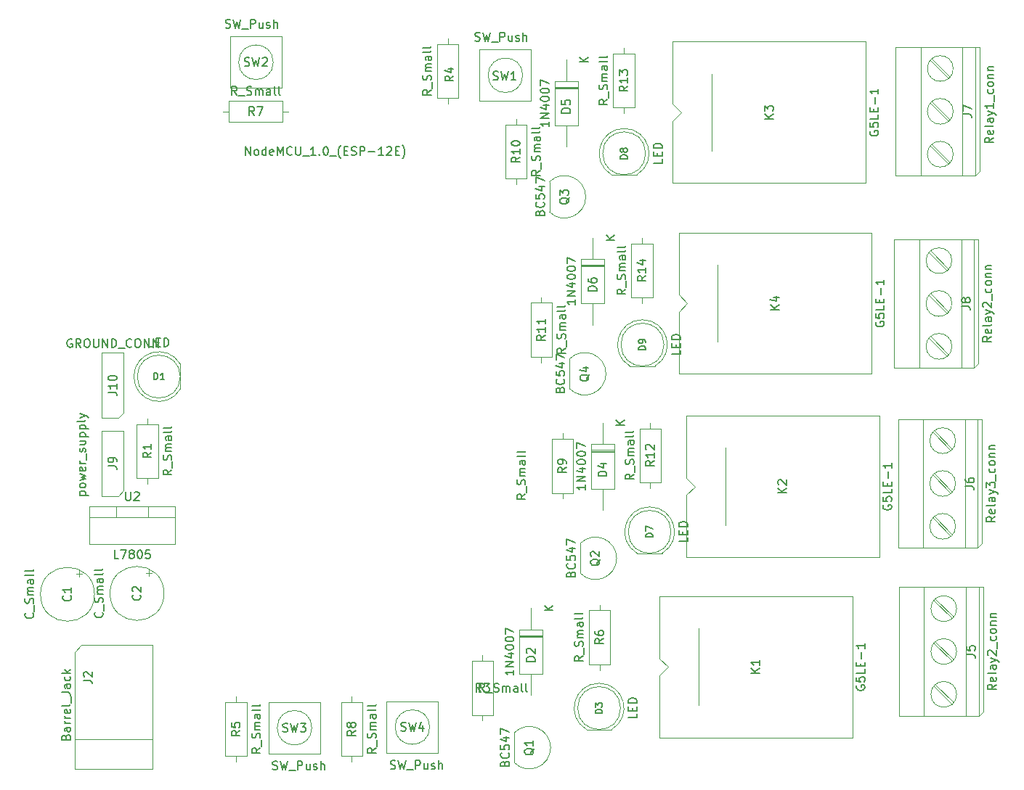
<source format=gbr>
%TF.GenerationSoftware,KiCad,Pcbnew,(5.1.12)-1*%
%TF.CreationDate,2022-02-17T13:15:52+05:30*%
%TF.ProjectId,homeAutomation,686f6d65-4175-4746-9f6d-6174696f6e2e,rev?*%
%TF.SameCoordinates,Original*%
%TF.FileFunction,AssemblyDrawing,Top*%
%FSLAX46Y46*%
G04 Gerber Fmt 4.6, Leading zero omitted, Abs format (unit mm)*
G04 Created by KiCad (PCBNEW (5.1.12)-1) date 2022-02-17 13:15:52*
%MOMM*%
%LPD*%
G01*
G04 APERTURE LIST*
%ADD10C,0.100000*%
%ADD11C,0.150000*%
%ADD12C,0.200000*%
G04 APERTURE END LIST*
D10*
%TO.C,SW2*%
X51182200Y-26061100D02*
X48182200Y-26061100D01*
X48182200Y-26061100D02*
X48182200Y-20061100D01*
X48182200Y-20061100D02*
X54182200Y-20061100D01*
X54182200Y-20061100D02*
X54182200Y-26061100D01*
X54182200Y-26061100D02*
X51182200Y-26061100D01*
X53197764Y-23061100D02*
G75*
G03*
X53197764Y-23061100I-2015564J0D01*
G01*
%TO.C,R4*%
X74808400Y-20941900D02*
X72308400Y-20941900D01*
X72308400Y-20941900D02*
X72308400Y-27241900D01*
X72308400Y-27241900D02*
X74808400Y-27241900D01*
X74808400Y-27241900D02*
X74808400Y-20941900D01*
X73558400Y-20281900D02*
X73558400Y-20941900D01*
X73558400Y-27901900D02*
X73558400Y-27241900D01*
%TO.C,SW1*%
X80265200Y-27585100D02*
X77265200Y-27585100D01*
X77265200Y-27585100D02*
X77265200Y-21585100D01*
X77265200Y-21585100D02*
X83265200Y-21585100D01*
X83265200Y-21585100D02*
X83265200Y-27585100D01*
X83265200Y-27585100D02*
X80265200Y-27585100D01*
X82280764Y-24585100D02*
G75*
G03*
X82280764Y-24585100I-2015564J0D01*
G01*
%TO.C,Q4*%
X87759600Y-57683300D02*
X87759600Y-61183300D01*
X87755975Y-57669675D02*
G75*
G02*
X91989600Y-59423300I1753625J-1753625D01*
G01*
X87755975Y-61176925D02*
G75*
G03*
X91989600Y-59423300I1753625J1753625D01*
G01*
%TO.C,Q3*%
X85397400Y-37033100D02*
X85397400Y-40533100D01*
X85393775Y-37019475D02*
G75*
G02*
X89627400Y-38773100I1753625J-1753625D01*
G01*
X85393775Y-40526725D02*
G75*
G03*
X89627400Y-38773100I1753625J1753625D01*
G01*
%TO.C,Q2*%
X89004200Y-79222500D02*
X89004200Y-82722500D01*
X89000575Y-79208875D02*
G75*
G02*
X93234200Y-80962500I1753625J-1753625D01*
G01*
X89000575Y-82716125D02*
G75*
G03*
X93234200Y-80962500I1753625J1753625D01*
G01*
%TO.C,Q1*%
X81308000Y-101320500D02*
X81308000Y-104820500D01*
X81304375Y-101306875D02*
G75*
G02*
X85538000Y-103060500I1753625J-1753625D01*
G01*
X81304375Y-104814125D02*
G75*
G03*
X85538000Y-103060500I1753625J1753625D01*
G01*
%TO.C,U2*%
X31753800Y-74891500D02*
X31753800Y-79291500D01*
X31753800Y-79291500D02*
X41753800Y-79291500D01*
X41753800Y-79291500D02*
X41753800Y-74891500D01*
X41753800Y-74891500D02*
X31753800Y-74891500D01*
X31753800Y-76161500D02*
X41753800Y-76161500D01*
X34903800Y-74891500D02*
X34903800Y-76161500D01*
X38603800Y-74891500D02*
X38603800Y-76161500D01*
%TO.C,SW4*%
X69419400Y-97662300D02*
X72419400Y-97662300D01*
X72419400Y-97662300D02*
X72419400Y-103662300D01*
X72419400Y-103662300D02*
X66419400Y-103662300D01*
X66419400Y-103662300D02*
X66419400Y-97662300D01*
X66419400Y-97662300D02*
X69419400Y-97662300D01*
X71434964Y-100662300D02*
G75*
G03*
X71434964Y-100662300I-2015564J0D01*
G01*
%TO.C,SW3*%
X55678000Y-97734300D02*
X58678000Y-97734300D01*
X58678000Y-97734300D02*
X58678000Y-103734300D01*
X58678000Y-103734300D02*
X52678000Y-103734300D01*
X52678000Y-103734300D02*
X52678000Y-97734300D01*
X52678000Y-97734300D02*
X55678000Y-97734300D01*
X57693564Y-100734300D02*
G75*
G03*
X57693564Y-100734300I-2015564J0D01*
G01*
%TO.C,R14*%
X97439800Y-44208300D02*
X94939800Y-44208300D01*
X94939800Y-44208300D02*
X94939800Y-50508300D01*
X94939800Y-50508300D02*
X97439800Y-50508300D01*
X97439800Y-50508300D02*
X97439800Y-44208300D01*
X96189800Y-43548300D02*
X96189800Y-44208300D01*
X96189800Y-51168300D02*
X96189800Y-50508300D01*
%TO.C,R13*%
X95331600Y-22059500D02*
X92831600Y-22059500D01*
X92831600Y-22059500D02*
X92831600Y-28359500D01*
X92831600Y-28359500D02*
X95331600Y-28359500D01*
X95331600Y-28359500D02*
X95331600Y-22059500D01*
X94081600Y-21399500D02*
X94081600Y-22059500D01*
X94081600Y-29019500D02*
X94081600Y-28359500D01*
%TO.C,R12*%
X98405000Y-65798300D02*
X95905000Y-65798300D01*
X95905000Y-65798300D02*
X95905000Y-72098300D01*
X95905000Y-72098300D02*
X98405000Y-72098300D01*
X98405000Y-72098300D02*
X98405000Y-65798300D01*
X97155000Y-65138300D02*
X97155000Y-65798300D01*
X97155000Y-72758300D02*
X97155000Y-72098300D01*
%TO.C,R11*%
X83205000Y-57442500D02*
X85705000Y-57442500D01*
X85705000Y-57442500D02*
X85705000Y-51142500D01*
X85705000Y-51142500D02*
X83205000Y-51142500D01*
X83205000Y-51142500D02*
X83205000Y-57442500D01*
X84455000Y-58102500D02*
X84455000Y-57442500D01*
X84455000Y-50482500D02*
X84455000Y-51142500D01*
%TO.C,R10*%
X80258600Y-36639900D02*
X82758600Y-36639900D01*
X82758600Y-36639900D02*
X82758600Y-30339900D01*
X82758600Y-30339900D02*
X80258600Y-30339900D01*
X80258600Y-30339900D02*
X80258600Y-36639900D01*
X81508600Y-37299900D02*
X81508600Y-36639900D01*
X81508600Y-29679900D02*
X81508600Y-30339900D01*
%TO.C,R9*%
X85668800Y-73342900D02*
X88168800Y-73342900D01*
X88168800Y-73342900D02*
X88168800Y-67042900D01*
X88168800Y-67042900D02*
X85668800Y-67042900D01*
X85668800Y-67042900D02*
X85668800Y-73342900D01*
X86918800Y-74002900D02*
X86918800Y-73342900D01*
X86918800Y-66382900D02*
X86918800Y-67042900D01*
%TO.C,R8*%
X61107000Y-104051500D02*
X63607000Y-104051500D01*
X63607000Y-104051500D02*
X63607000Y-97751500D01*
X63607000Y-97751500D02*
X61107000Y-97751500D01*
X61107000Y-97751500D02*
X61107000Y-104051500D01*
X62357000Y-104711500D02*
X62357000Y-104051500D01*
X62357000Y-97091500D02*
X62357000Y-97751500D01*
%TO.C,R7*%
X54305600Y-30066300D02*
X54305600Y-27566300D01*
X54305600Y-27566300D02*
X48005600Y-27566300D01*
X48005600Y-27566300D02*
X48005600Y-30066300D01*
X48005600Y-30066300D02*
X54305600Y-30066300D01*
X54965600Y-28816300D02*
X54305600Y-28816300D01*
X47345600Y-28816300D02*
X48005600Y-28816300D01*
%TO.C,R6*%
X92486800Y-87032700D02*
X89986800Y-87032700D01*
X89986800Y-87032700D02*
X89986800Y-93332700D01*
X89986800Y-93332700D02*
X92486800Y-93332700D01*
X92486800Y-93332700D02*
X92486800Y-87032700D01*
X91236800Y-86372700D02*
X91236800Y-87032700D01*
X91236800Y-93992700D02*
X91236800Y-93332700D01*
%TO.C,R5*%
X47619600Y-104051500D02*
X50119600Y-104051500D01*
X50119600Y-104051500D02*
X50119600Y-97751500D01*
X50119600Y-97751500D02*
X47619600Y-97751500D01*
X47619600Y-97751500D02*
X47619600Y-104051500D01*
X48869600Y-104711500D02*
X48869600Y-104051500D01*
X48869600Y-97091500D02*
X48869600Y-97751500D01*
%TO.C,R3*%
X76347000Y-99250900D02*
X78847000Y-99250900D01*
X78847000Y-99250900D02*
X78847000Y-92950900D01*
X78847000Y-92950900D02*
X76347000Y-92950900D01*
X76347000Y-92950900D02*
X76347000Y-99250900D01*
X77597000Y-99910900D02*
X77597000Y-99250900D01*
X77597000Y-92290900D02*
X77597000Y-92950900D01*
%TO.C,R1*%
X37281800Y-71590300D02*
X39781800Y-71590300D01*
X39781800Y-71590300D02*
X39781800Y-65290300D01*
X39781800Y-65290300D02*
X37281800Y-65290300D01*
X37281800Y-65290300D02*
X37281800Y-71590300D01*
X38531800Y-72250300D02*
X38531800Y-71590300D01*
X38531800Y-64630300D02*
X38531800Y-65290300D01*
%TO.C,J10*%
X35128200Y-64579500D02*
X33223200Y-64579500D01*
X33223200Y-64579500D02*
X33223200Y-56959500D01*
X33223200Y-56959500D02*
X35763200Y-56959500D01*
X35763200Y-56959500D02*
X35763200Y-63944500D01*
X35763200Y-63944500D02*
X35128200Y-64579500D01*
%TO.C,J9*%
X35128200Y-73672700D02*
X33223200Y-73672700D01*
X33223200Y-73672700D02*
X33223200Y-66052700D01*
X33223200Y-66052700D02*
X35763200Y-66052700D01*
X35763200Y-66052700D02*
X35763200Y-73037700D01*
X35763200Y-73037700D02*
X35128200Y-73672700D01*
%TO.C,J8*%
X132310000Y-56222900D02*
G75*
G03*
X132310000Y-56222900I-1500000J0D01*
G01*
X132310000Y-51222900D02*
G75*
G03*
X132310000Y-51222900I-1500000J0D01*
G01*
X132310000Y-46222900D02*
G75*
G03*
X132310000Y-46222900I-1500000J0D01*
G01*
X125610000Y-58722900D02*
X125610000Y-43722900D01*
X125610000Y-43722900D02*
X135410000Y-43722900D01*
X135410000Y-43722900D02*
X135410000Y-58222900D01*
X135410000Y-58222900D02*
X134910000Y-58722900D01*
X134910000Y-58722900D02*
X125610000Y-58722900D01*
X134910000Y-58722900D02*
X134910000Y-43722900D01*
X133410000Y-58722900D02*
X133410000Y-43722900D01*
X128510000Y-58722900D02*
X128510000Y-43722900D01*
X129855000Y-55084900D02*
X131948000Y-57177900D01*
X129672000Y-55267900D02*
X131765000Y-57360900D01*
X129855000Y-50084900D02*
X131948000Y-52176900D01*
X129672000Y-50267900D02*
X131765000Y-52359900D01*
X129855000Y-45084900D02*
X131948000Y-47176900D01*
X129672000Y-45267900D02*
X131765000Y-47359900D01*
%TO.C,J7*%
X132462400Y-33794700D02*
G75*
G03*
X132462400Y-33794700I-1500000J0D01*
G01*
X132462400Y-28794700D02*
G75*
G03*
X132462400Y-28794700I-1500000J0D01*
G01*
X132462400Y-23794700D02*
G75*
G03*
X132462400Y-23794700I-1500000J0D01*
G01*
X125762400Y-36294700D02*
X125762400Y-21294700D01*
X125762400Y-21294700D02*
X135562400Y-21294700D01*
X135562400Y-21294700D02*
X135562400Y-35794700D01*
X135562400Y-35794700D02*
X135062400Y-36294700D01*
X135062400Y-36294700D02*
X125762400Y-36294700D01*
X135062400Y-36294700D02*
X135062400Y-21294700D01*
X133562400Y-36294700D02*
X133562400Y-21294700D01*
X128662400Y-36294700D02*
X128662400Y-21294700D01*
X130007400Y-32656700D02*
X132100400Y-34749700D01*
X129824400Y-32839700D02*
X131917400Y-34932700D01*
X130007400Y-27656700D02*
X132100400Y-29748700D01*
X129824400Y-27839700D02*
X131917400Y-29931700D01*
X130007400Y-22656700D02*
X132100400Y-24748700D01*
X129824400Y-22839700D02*
X131917400Y-24931700D01*
%TO.C,J6*%
X132741800Y-77228700D02*
G75*
G03*
X132741800Y-77228700I-1500000J0D01*
G01*
X132741800Y-72228700D02*
G75*
G03*
X132741800Y-72228700I-1500000J0D01*
G01*
X132741800Y-67228700D02*
G75*
G03*
X132741800Y-67228700I-1500000J0D01*
G01*
X126041800Y-79728700D02*
X126041800Y-64728700D01*
X126041800Y-64728700D02*
X135841800Y-64728700D01*
X135841800Y-64728700D02*
X135841800Y-79228700D01*
X135841800Y-79228700D02*
X135341800Y-79728700D01*
X135341800Y-79728700D02*
X126041800Y-79728700D01*
X135341800Y-79728700D02*
X135341800Y-64728700D01*
X133841800Y-79728700D02*
X133841800Y-64728700D01*
X128941800Y-79728700D02*
X128941800Y-64728700D01*
X130286800Y-76090700D02*
X132379800Y-78183700D01*
X130103800Y-76273700D02*
X132196800Y-78366700D01*
X130286800Y-71090700D02*
X132379800Y-73182700D01*
X130103800Y-71273700D02*
X132196800Y-73365700D01*
X130286800Y-66090700D02*
X132379800Y-68182700D01*
X130103800Y-66273700D02*
X132196800Y-68365700D01*
%TO.C,J5*%
X132868800Y-96837500D02*
G75*
G03*
X132868800Y-96837500I-1500000J0D01*
G01*
X132868800Y-91837500D02*
G75*
G03*
X132868800Y-91837500I-1500000J0D01*
G01*
X132868800Y-86837500D02*
G75*
G03*
X132868800Y-86837500I-1500000J0D01*
G01*
X126168800Y-99337500D02*
X126168800Y-84337500D01*
X126168800Y-84337500D02*
X135968800Y-84337500D01*
X135968800Y-84337500D02*
X135968800Y-98837500D01*
X135968800Y-98837500D02*
X135468800Y-99337500D01*
X135468800Y-99337500D02*
X126168800Y-99337500D01*
X135468800Y-99337500D02*
X135468800Y-84337500D01*
X133968800Y-99337500D02*
X133968800Y-84337500D01*
X129068800Y-99337500D02*
X129068800Y-84337500D01*
X130413800Y-95699500D02*
X132506800Y-97792500D01*
X130230800Y-95882500D02*
X132323800Y-97975500D01*
X130413800Y-90699500D02*
X132506800Y-92791500D01*
X130230800Y-90882500D02*
X132323800Y-92974500D01*
X130413800Y-85699500D02*
X132506800Y-87791500D01*
X130230800Y-85882500D02*
X132323800Y-87974500D01*
%TO.C,J2*%
X30089375Y-91887713D02*
X30844800Y-91084500D01*
X30094800Y-102084500D02*
X39094800Y-102084500D01*
X30094800Y-105584500D02*
X39094800Y-105584500D01*
X39094800Y-105584500D02*
X39094800Y-91084500D01*
X39094800Y-91084500D02*
X30844800Y-91084500D01*
X30094800Y-91884500D02*
X30094800Y-105584500D01*
%TO.C,D9*%
X98740600Y-56019700D02*
G75*
G03*
X98740600Y-56019700I-2500000J0D01*
G01*
X94770906Y-58519700D02*
X97710294Y-58519700D01*
X97710266Y-58519716D02*
G75*
G03*
X94770906Y-58519700I-1469666J2500016D01*
G01*
%TO.C,D8*%
X96607000Y-33693100D02*
G75*
G03*
X96607000Y-33693100I-2500000J0D01*
G01*
X92637306Y-36193100D02*
X95576694Y-36193100D01*
X95576666Y-36193116D02*
G75*
G03*
X92637306Y-36193100I-1469666J2500016D01*
G01*
%TO.C,D7*%
X99578800Y-77863700D02*
G75*
G03*
X99578800Y-77863700I-2500000J0D01*
G01*
X95609106Y-80363700D02*
X98548494Y-80363700D01*
X98548466Y-80363716D02*
G75*
G03*
X95609106Y-80363700I-1469666J2500016D01*
G01*
%TO.C,D3*%
X93686000Y-98437700D02*
G75*
G03*
X93686000Y-98437700I-2500000J0D01*
G01*
X89716306Y-100937700D02*
X92655694Y-100937700D01*
X92655666Y-100937716D02*
G75*
G03*
X89716306Y-100937700I-1469666J2500016D01*
G01*
%TO.C,D1*%
X42352600Y-59753500D02*
G75*
G03*
X42352600Y-59753500I-2500000J0D01*
G01*
X42352600Y-61223194D02*
X42352600Y-58283806D01*
X42352616Y-58283834D02*
G75*
G03*
X42352600Y-61223194I-2500016J-1469666D01*
G01*
%TO.C,C2*%
X40462600Y-85057300D02*
G75*
G03*
X40462600Y-85057300I-3150000J0D01*
G01*
X38686100Y-82363328D02*
X38686100Y-82993328D01*
X39001100Y-82678328D02*
X38371100Y-82678328D01*
%TO.C,C1*%
X32360000Y-85158900D02*
G75*
G03*
X32360000Y-85158900I-3150000J0D01*
G01*
X30583500Y-82464928D02*
X30583500Y-83094928D01*
X30898500Y-82779928D02*
X30268500Y-82779928D01*
%TO.C,K4*%
X101472400Y-51193700D02*
X100472400Y-50193700D01*
X100472400Y-50193700D02*
X100472400Y-42943700D01*
X100472400Y-42943700D02*
X122972400Y-42943700D01*
X122972400Y-42943700D02*
X122972400Y-59443700D01*
X122972400Y-59443700D02*
X100472400Y-59443700D01*
X100472400Y-59443700D02*
X100472400Y-52193700D01*
X100472400Y-52193700D02*
X101472400Y-51193700D01*
X105022400Y-55693700D02*
X105022400Y-46693700D01*
%TO.C,K3*%
X100786600Y-28917900D02*
X99786600Y-27917900D01*
X99786600Y-27917900D02*
X99786600Y-20667900D01*
X99786600Y-20667900D02*
X122286600Y-20667900D01*
X122286600Y-20667900D02*
X122286600Y-37167900D01*
X122286600Y-37167900D02*
X99786600Y-37167900D01*
X99786600Y-37167900D02*
X99786600Y-29917900D01*
X99786600Y-29917900D02*
X100786600Y-28917900D01*
X104336600Y-33417900D02*
X104336600Y-24417900D01*
%TO.C,K2*%
X102336000Y-72580500D02*
X101336000Y-71580500D01*
X101336000Y-71580500D02*
X101336000Y-64330500D01*
X101336000Y-64330500D02*
X123836000Y-64330500D01*
X123836000Y-64330500D02*
X123836000Y-80830500D01*
X123836000Y-80830500D02*
X101336000Y-80830500D01*
X101336000Y-80830500D02*
X101336000Y-73580500D01*
X101336000Y-73580500D02*
X102336000Y-72580500D01*
X105886000Y-77080500D02*
X105886000Y-68080500D01*
%TO.C,K1*%
X99211800Y-93637100D02*
X98211800Y-92637100D01*
X98211800Y-92637100D02*
X98211800Y-85387100D01*
X98211800Y-85387100D02*
X120711800Y-85387100D01*
X120711800Y-85387100D02*
X120711800Y-101887100D01*
X120711800Y-101887100D02*
X98211800Y-101887100D01*
X98211800Y-101887100D02*
X98211800Y-94637100D01*
X98211800Y-94637100D02*
X99211800Y-93637100D01*
X102761800Y-98137100D02*
X102761800Y-89137100D01*
%TO.C,D6*%
X91799400Y-46028300D02*
X89099400Y-46028300D01*
X89099400Y-46028300D02*
X89099400Y-51228300D01*
X89099400Y-51228300D02*
X91799400Y-51228300D01*
X91799400Y-51228300D02*
X91799400Y-46028300D01*
X90449400Y-43548300D02*
X90449400Y-46028300D01*
X90449400Y-53708300D02*
X90449400Y-51228300D01*
X91799400Y-46808300D02*
X89099400Y-46808300D01*
X91799400Y-46908300D02*
X89099400Y-46908300D01*
X91799400Y-46708300D02*
X89099400Y-46708300D01*
%TO.C,D5*%
X88726000Y-25251100D02*
X86026000Y-25251100D01*
X86026000Y-25251100D02*
X86026000Y-30451100D01*
X86026000Y-30451100D02*
X88726000Y-30451100D01*
X88726000Y-30451100D02*
X88726000Y-25251100D01*
X87376000Y-22771100D02*
X87376000Y-25251100D01*
X87376000Y-32931100D02*
X87376000Y-30451100D01*
X88726000Y-26031100D02*
X86026000Y-26031100D01*
X88726000Y-26131100D02*
X86026000Y-26131100D01*
X88726000Y-25931100D02*
X86026000Y-25931100D01*
%TO.C,D4*%
X92967800Y-67643700D02*
X90267800Y-67643700D01*
X90267800Y-67643700D02*
X90267800Y-72843700D01*
X90267800Y-72843700D02*
X92967800Y-72843700D01*
X92967800Y-72843700D02*
X92967800Y-67643700D01*
X91617800Y-65163700D02*
X91617800Y-67643700D01*
X91617800Y-75323700D02*
X91617800Y-72843700D01*
X92967800Y-68423700D02*
X90267800Y-68423700D01*
X92967800Y-68523700D02*
X90267800Y-68523700D01*
X92967800Y-68323700D02*
X90267800Y-68323700D01*
%TO.C,D2*%
X84611200Y-89259100D02*
X81911200Y-89259100D01*
X81911200Y-89259100D02*
X81911200Y-94459100D01*
X81911200Y-94459100D02*
X84611200Y-94459100D01*
X84611200Y-94459100D02*
X84611200Y-89259100D01*
X83261200Y-86779100D02*
X83261200Y-89259100D01*
X83261200Y-96939100D02*
X83261200Y-94459100D01*
X84611200Y-90039100D02*
X81911200Y-90039100D01*
X84611200Y-90139100D02*
X81911200Y-90139100D01*
X84611200Y-89939100D02*
X81911200Y-89939100D01*
%TD*%
%TO.C,SW2*%
D11*
X47634580Y-19015861D02*
X47777438Y-19063480D01*
X48015533Y-19063480D01*
X48110771Y-19015861D01*
X48158390Y-18968242D01*
X48206009Y-18873004D01*
X48206009Y-18777766D01*
X48158390Y-18682528D01*
X48110771Y-18634909D01*
X48015533Y-18587290D01*
X47825057Y-18539671D01*
X47729819Y-18492052D01*
X47682200Y-18444433D01*
X47634580Y-18349195D01*
X47634580Y-18253957D01*
X47682200Y-18158719D01*
X47729819Y-18111100D01*
X47825057Y-18063480D01*
X48063152Y-18063480D01*
X48206009Y-18111100D01*
X48539342Y-18063480D02*
X48777438Y-19063480D01*
X48967914Y-18349195D01*
X49158390Y-19063480D01*
X49396485Y-18063480D01*
X49539342Y-19158719D02*
X50301247Y-19158719D01*
X50539342Y-19063480D02*
X50539342Y-18063480D01*
X50920295Y-18063480D01*
X51015533Y-18111100D01*
X51063152Y-18158719D01*
X51110771Y-18253957D01*
X51110771Y-18396814D01*
X51063152Y-18492052D01*
X51015533Y-18539671D01*
X50920295Y-18587290D01*
X50539342Y-18587290D01*
X51967914Y-18396814D02*
X51967914Y-19063480D01*
X51539342Y-18396814D02*
X51539342Y-18920623D01*
X51586961Y-19015861D01*
X51682200Y-19063480D01*
X51825057Y-19063480D01*
X51920295Y-19015861D01*
X51967914Y-18968242D01*
X52396485Y-19015861D02*
X52491723Y-19063480D01*
X52682200Y-19063480D01*
X52777438Y-19015861D01*
X52825057Y-18920623D01*
X52825057Y-18873004D01*
X52777438Y-18777766D01*
X52682200Y-18730147D01*
X52539342Y-18730147D01*
X52444104Y-18682528D01*
X52396485Y-18587290D01*
X52396485Y-18539671D01*
X52444104Y-18444433D01*
X52539342Y-18396814D01*
X52682200Y-18396814D01*
X52777438Y-18444433D01*
X53253628Y-19063480D02*
X53253628Y-18063480D01*
X53682200Y-19063480D02*
X53682200Y-18539671D01*
X53634580Y-18444433D01*
X53539342Y-18396814D01*
X53396485Y-18396814D01*
X53301247Y-18444433D01*
X53253628Y-18492052D01*
X49848866Y-23465861D02*
X49991723Y-23513480D01*
X50229819Y-23513480D01*
X50325057Y-23465861D01*
X50372676Y-23418242D01*
X50420295Y-23323004D01*
X50420295Y-23227766D01*
X50372676Y-23132528D01*
X50325057Y-23084909D01*
X50229819Y-23037290D01*
X50039342Y-22989671D01*
X49944104Y-22942052D01*
X49896485Y-22894433D01*
X49848866Y-22799195D01*
X49848866Y-22703957D01*
X49896485Y-22608719D01*
X49944104Y-22561100D01*
X50039342Y-22513480D01*
X50277438Y-22513480D01*
X50420295Y-22561100D01*
X50753628Y-22513480D02*
X50991723Y-23513480D01*
X51182200Y-22799195D01*
X51372676Y-23513480D01*
X51610771Y-22513480D01*
X51944104Y-22608719D02*
X51991723Y-22561100D01*
X52086961Y-22513480D01*
X52325057Y-22513480D01*
X52420295Y-22561100D01*
X52467914Y-22608719D01*
X52515533Y-22703957D01*
X52515533Y-22799195D01*
X52467914Y-22942052D01*
X51896485Y-23513480D01*
X52515533Y-23513480D01*
%TO.C,R4*%
X71640780Y-26282376D02*
X71164590Y-26615709D01*
X71640780Y-26853804D02*
X70640780Y-26853804D01*
X70640780Y-26472852D01*
X70688400Y-26377614D01*
X70736019Y-26329995D01*
X70831257Y-26282376D01*
X70974114Y-26282376D01*
X71069352Y-26329995D01*
X71116971Y-26377614D01*
X71164590Y-26472852D01*
X71164590Y-26853804D01*
X71736019Y-26091900D02*
X71736019Y-25329995D01*
X71593161Y-25139519D02*
X71640780Y-24996661D01*
X71640780Y-24758566D01*
X71593161Y-24663328D01*
X71545542Y-24615709D01*
X71450304Y-24568090D01*
X71355066Y-24568090D01*
X71259828Y-24615709D01*
X71212209Y-24663328D01*
X71164590Y-24758566D01*
X71116971Y-24949042D01*
X71069352Y-25044280D01*
X71021733Y-25091900D01*
X70926495Y-25139519D01*
X70831257Y-25139519D01*
X70736019Y-25091900D01*
X70688400Y-25044280D01*
X70640780Y-24949042D01*
X70640780Y-24710947D01*
X70688400Y-24568090D01*
X71640780Y-24139519D02*
X70974114Y-24139519D01*
X71069352Y-24139519D02*
X71021733Y-24091900D01*
X70974114Y-23996661D01*
X70974114Y-23853804D01*
X71021733Y-23758566D01*
X71116971Y-23710947D01*
X71640780Y-23710947D01*
X71116971Y-23710947D02*
X71021733Y-23663328D01*
X70974114Y-23568090D01*
X70974114Y-23425233D01*
X71021733Y-23329995D01*
X71116971Y-23282376D01*
X71640780Y-23282376D01*
X71640780Y-22377614D02*
X71116971Y-22377614D01*
X71021733Y-22425233D01*
X70974114Y-22520471D01*
X70974114Y-22710947D01*
X71021733Y-22806185D01*
X71593161Y-22377614D02*
X71640780Y-22472852D01*
X71640780Y-22710947D01*
X71593161Y-22806185D01*
X71497923Y-22853804D01*
X71402685Y-22853804D01*
X71307447Y-22806185D01*
X71259828Y-22710947D01*
X71259828Y-22472852D01*
X71212209Y-22377614D01*
X71640780Y-21758566D02*
X71593161Y-21853804D01*
X71497923Y-21901423D01*
X70640780Y-21901423D01*
X71640780Y-21234757D02*
X71593161Y-21329995D01*
X71497923Y-21377614D01*
X70640780Y-21377614D01*
X74213980Y-24664966D02*
X73737790Y-24998300D01*
X74213980Y-25236395D02*
X73213980Y-25236395D01*
X73213980Y-24855442D01*
X73261600Y-24760204D01*
X73309219Y-24712585D01*
X73404457Y-24664966D01*
X73547314Y-24664966D01*
X73642552Y-24712585D01*
X73690171Y-24760204D01*
X73737790Y-24855442D01*
X73737790Y-25236395D01*
X73547314Y-23807823D02*
X74213980Y-23807823D01*
X73166361Y-24045919D02*
X73880647Y-24284014D01*
X73880647Y-23664966D01*
%TO.C,U1*%
X49972485Y-33916880D02*
X49972485Y-32916880D01*
X50543914Y-33916880D01*
X50543914Y-32916880D01*
X51162961Y-33916880D02*
X51067723Y-33869261D01*
X51020104Y-33821642D01*
X50972485Y-33726404D01*
X50972485Y-33440690D01*
X51020104Y-33345452D01*
X51067723Y-33297833D01*
X51162961Y-33250214D01*
X51305819Y-33250214D01*
X51401057Y-33297833D01*
X51448676Y-33345452D01*
X51496295Y-33440690D01*
X51496295Y-33726404D01*
X51448676Y-33821642D01*
X51401057Y-33869261D01*
X51305819Y-33916880D01*
X51162961Y-33916880D01*
X52353438Y-33916880D02*
X52353438Y-32916880D01*
X52353438Y-33869261D02*
X52258200Y-33916880D01*
X52067723Y-33916880D01*
X51972485Y-33869261D01*
X51924866Y-33821642D01*
X51877247Y-33726404D01*
X51877247Y-33440690D01*
X51924866Y-33345452D01*
X51972485Y-33297833D01*
X52067723Y-33250214D01*
X52258200Y-33250214D01*
X52353438Y-33297833D01*
X53210580Y-33869261D02*
X53115342Y-33916880D01*
X52924866Y-33916880D01*
X52829628Y-33869261D01*
X52782009Y-33774023D01*
X52782009Y-33393071D01*
X52829628Y-33297833D01*
X52924866Y-33250214D01*
X53115342Y-33250214D01*
X53210580Y-33297833D01*
X53258200Y-33393071D01*
X53258200Y-33488309D01*
X52782009Y-33583547D01*
X53686771Y-33916880D02*
X53686771Y-32916880D01*
X54020104Y-33631166D01*
X54353438Y-32916880D01*
X54353438Y-33916880D01*
X55401057Y-33821642D02*
X55353438Y-33869261D01*
X55210580Y-33916880D01*
X55115342Y-33916880D01*
X54972485Y-33869261D01*
X54877247Y-33774023D01*
X54829628Y-33678785D01*
X54782009Y-33488309D01*
X54782009Y-33345452D01*
X54829628Y-33154976D01*
X54877247Y-33059738D01*
X54972485Y-32964500D01*
X55115342Y-32916880D01*
X55210580Y-32916880D01*
X55353438Y-32964500D01*
X55401057Y-33012119D01*
X55829628Y-32916880D02*
X55829628Y-33726404D01*
X55877247Y-33821642D01*
X55924866Y-33869261D01*
X56020104Y-33916880D01*
X56210580Y-33916880D01*
X56305819Y-33869261D01*
X56353438Y-33821642D01*
X56401057Y-33726404D01*
X56401057Y-32916880D01*
X56639152Y-34012119D02*
X57401057Y-34012119D01*
X58162961Y-33916880D02*
X57591533Y-33916880D01*
X57877247Y-33916880D02*
X57877247Y-32916880D01*
X57782009Y-33059738D01*
X57686771Y-33154976D01*
X57591533Y-33202595D01*
X58591533Y-33821642D02*
X58639152Y-33869261D01*
X58591533Y-33916880D01*
X58543914Y-33869261D01*
X58591533Y-33821642D01*
X58591533Y-33916880D01*
X59258200Y-32916880D02*
X59353438Y-32916880D01*
X59448676Y-32964500D01*
X59496295Y-33012119D01*
X59543914Y-33107357D01*
X59591533Y-33297833D01*
X59591533Y-33535928D01*
X59543914Y-33726404D01*
X59496295Y-33821642D01*
X59448676Y-33869261D01*
X59353438Y-33916880D01*
X59258200Y-33916880D01*
X59162961Y-33869261D01*
X59115342Y-33821642D01*
X59067723Y-33726404D01*
X59020104Y-33535928D01*
X59020104Y-33297833D01*
X59067723Y-33107357D01*
X59115342Y-33012119D01*
X59162961Y-32964500D01*
X59258200Y-32916880D01*
X59782009Y-34012119D02*
X60543914Y-34012119D01*
X61067723Y-34297833D02*
X61020104Y-34250214D01*
X60924866Y-34107357D01*
X60877247Y-34012119D01*
X60829628Y-33869261D01*
X60782009Y-33631166D01*
X60782009Y-33440690D01*
X60829628Y-33202595D01*
X60877247Y-33059738D01*
X60924866Y-32964500D01*
X61020104Y-32821642D01*
X61067723Y-32774023D01*
X61448676Y-33393071D02*
X61782009Y-33393071D01*
X61924866Y-33916880D02*
X61448676Y-33916880D01*
X61448676Y-32916880D01*
X61924866Y-32916880D01*
X62305819Y-33869261D02*
X62448676Y-33916880D01*
X62686771Y-33916880D01*
X62782009Y-33869261D01*
X62829628Y-33821642D01*
X62877247Y-33726404D01*
X62877247Y-33631166D01*
X62829628Y-33535928D01*
X62782009Y-33488309D01*
X62686771Y-33440690D01*
X62496295Y-33393071D01*
X62401057Y-33345452D01*
X62353438Y-33297833D01*
X62305819Y-33202595D01*
X62305819Y-33107357D01*
X62353438Y-33012119D01*
X62401057Y-32964500D01*
X62496295Y-32916880D01*
X62734390Y-32916880D01*
X62877247Y-32964500D01*
X63305819Y-33916880D02*
X63305819Y-32916880D01*
X63686771Y-32916880D01*
X63782009Y-32964500D01*
X63829628Y-33012119D01*
X63877247Y-33107357D01*
X63877247Y-33250214D01*
X63829628Y-33345452D01*
X63782009Y-33393071D01*
X63686771Y-33440690D01*
X63305819Y-33440690D01*
X64305819Y-33535928D02*
X65067723Y-33535928D01*
X66067723Y-33916880D02*
X65496295Y-33916880D01*
X65782009Y-33916880D02*
X65782009Y-32916880D01*
X65686771Y-33059738D01*
X65591533Y-33154976D01*
X65496295Y-33202595D01*
X66448676Y-33012119D02*
X66496295Y-32964500D01*
X66591533Y-32916880D01*
X66829628Y-32916880D01*
X66924866Y-32964500D01*
X66972485Y-33012119D01*
X67020104Y-33107357D01*
X67020104Y-33202595D01*
X66972485Y-33345452D01*
X66401057Y-33916880D01*
X67020104Y-33916880D01*
X67448676Y-33393071D02*
X67782009Y-33393071D01*
X67924866Y-33916880D02*
X67448676Y-33916880D01*
X67448676Y-32916880D01*
X67924866Y-32916880D01*
X68258200Y-34297833D02*
X68305819Y-34250214D01*
X68401057Y-34107357D01*
X68448676Y-34012119D01*
X68496295Y-33869261D01*
X68543914Y-33631166D01*
X68543914Y-33440690D01*
X68496295Y-33202595D01*
X68448676Y-33059738D01*
X68401057Y-32964500D01*
X68305819Y-32821642D01*
X68258200Y-32774023D01*
%TO.C,SW1*%
X76717580Y-20539861D02*
X76860438Y-20587480D01*
X77098533Y-20587480D01*
X77193771Y-20539861D01*
X77241390Y-20492242D01*
X77289009Y-20397004D01*
X77289009Y-20301766D01*
X77241390Y-20206528D01*
X77193771Y-20158909D01*
X77098533Y-20111290D01*
X76908057Y-20063671D01*
X76812819Y-20016052D01*
X76765200Y-19968433D01*
X76717580Y-19873195D01*
X76717580Y-19777957D01*
X76765200Y-19682719D01*
X76812819Y-19635100D01*
X76908057Y-19587480D01*
X77146152Y-19587480D01*
X77289009Y-19635100D01*
X77622342Y-19587480D02*
X77860438Y-20587480D01*
X78050914Y-19873195D01*
X78241390Y-20587480D01*
X78479485Y-19587480D01*
X78622342Y-20682719D02*
X79384247Y-20682719D01*
X79622342Y-20587480D02*
X79622342Y-19587480D01*
X80003295Y-19587480D01*
X80098533Y-19635100D01*
X80146152Y-19682719D01*
X80193771Y-19777957D01*
X80193771Y-19920814D01*
X80146152Y-20016052D01*
X80098533Y-20063671D01*
X80003295Y-20111290D01*
X79622342Y-20111290D01*
X81050914Y-19920814D02*
X81050914Y-20587480D01*
X80622342Y-19920814D02*
X80622342Y-20444623D01*
X80669961Y-20539861D01*
X80765200Y-20587480D01*
X80908057Y-20587480D01*
X81003295Y-20539861D01*
X81050914Y-20492242D01*
X81479485Y-20539861D02*
X81574723Y-20587480D01*
X81765200Y-20587480D01*
X81860438Y-20539861D01*
X81908057Y-20444623D01*
X81908057Y-20397004D01*
X81860438Y-20301766D01*
X81765200Y-20254147D01*
X81622342Y-20254147D01*
X81527104Y-20206528D01*
X81479485Y-20111290D01*
X81479485Y-20063671D01*
X81527104Y-19968433D01*
X81622342Y-19920814D01*
X81765200Y-19920814D01*
X81860438Y-19968433D01*
X82336628Y-20587480D02*
X82336628Y-19587480D01*
X82765200Y-20587480D02*
X82765200Y-20063671D01*
X82717580Y-19968433D01*
X82622342Y-19920814D01*
X82479485Y-19920814D01*
X82384247Y-19968433D01*
X82336628Y-20016052D01*
X78830867Y-25083662D02*
X78973724Y-25131281D01*
X79211820Y-25131281D01*
X79307058Y-25083662D01*
X79354677Y-25036043D01*
X79402296Y-24940805D01*
X79402296Y-24845567D01*
X79354677Y-24750329D01*
X79307058Y-24702710D01*
X79211820Y-24655091D01*
X79021343Y-24607472D01*
X78926105Y-24559853D01*
X78878486Y-24512234D01*
X78830867Y-24416996D01*
X78830867Y-24321758D01*
X78878486Y-24226520D01*
X78926105Y-24178901D01*
X79021343Y-24131281D01*
X79259439Y-24131281D01*
X79402296Y-24178901D01*
X79735629Y-24131281D02*
X79973724Y-25131281D01*
X80164201Y-24416996D01*
X80354677Y-25131281D01*
X80592772Y-24131281D01*
X81497534Y-25131281D02*
X80926105Y-25131281D01*
X81211820Y-25131281D02*
X81211820Y-24131281D01*
X81116581Y-24274139D01*
X81021343Y-24369377D01*
X80926105Y-24416996D01*
%TO.C,Q4*%
X86648171Y-61280442D02*
X86695790Y-61137585D01*
X86743409Y-61089966D01*
X86838647Y-61042347D01*
X86981504Y-61042347D01*
X87076742Y-61089966D01*
X87124361Y-61137585D01*
X87171980Y-61232823D01*
X87171980Y-61613776D01*
X86171980Y-61613776D01*
X86171980Y-61280442D01*
X86219600Y-61185204D01*
X86267219Y-61137585D01*
X86362457Y-61089966D01*
X86457695Y-61089966D01*
X86552933Y-61137585D01*
X86600552Y-61185204D01*
X86648171Y-61280442D01*
X86648171Y-61613776D01*
X87076742Y-60042347D02*
X87124361Y-60089966D01*
X87171980Y-60232823D01*
X87171980Y-60328061D01*
X87124361Y-60470919D01*
X87029123Y-60566157D01*
X86933885Y-60613776D01*
X86743409Y-60661395D01*
X86600552Y-60661395D01*
X86410076Y-60613776D01*
X86314838Y-60566157D01*
X86219600Y-60470919D01*
X86171980Y-60328061D01*
X86171980Y-60232823D01*
X86219600Y-60089966D01*
X86267219Y-60042347D01*
X86171980Y-59137585D02*
X86171980Y-59613776D01*
X86648171Y-59661395D01*
X86600552Y-59613776D01*
X86552933Y-59518538D01*
X86552933Y-59280442D01*
X86600552Y-59185204D01*
X86648171Y-59137585D01*
X86743409Y-59089966D01*
X86981504Y-59089966D01*
X87076742Y-59137585D01*
X87124361Y-59185204D01*
X87171980Y-59280442D01*
X87171980Y-59518538D01*
X87124361Y-59613776D01*
X87076742Y-59661395D01*
X86505314Y-58232823D02*
X87171980Y-58232823D01*
X86124361Y-58470919D02*
X86838647Y-58709014D01*
X86838647Y-58089966D01*
X86171980Y-57804252D02*
X86171980Y-57137585D01*
X87171980Y-57566157D01*
X90057219Y-59518538D02*
X90009600Y-59613776D01*
X89914361Y-59709014D01*
X89771504Y-59851871D01*
X89723885Y-59947109D01*
X89723885Y-60042347D01*
X89961980Y-59994728D02*
X89914361Y-60089966D01*
X89819123Y-60185204D01*
X89628647Y-60232823D01*
X89295314Y-60232823D01*
X89104838Y-60185204D01*
X89009600Y-60089966D01*
X88961980Y-59994728D01*
X88961980Y-59804252D01*
X89009600Y-59709014D01*
X89104838Y-59613776D01*
X89295314Y-59566157D01*
X89628647Y-59566157D01*
X89819123Y-59613776D01*
X89914361Y-59709014D01*
X89961980Y-59804252D01*
X89961980Y-59994728D01*
X89295314Y-58709014D02*
X89961980Y-58709014D01*
X88914361Y-58947109D02*
X89628647Y-59185204D01*
X89628647Y-58566157D01*
%TO.C,Q3*%
X84285971Y-40630242D02*
X84333590Y-40487385D01*
X84381209Y-40439766D01*
X84476447Y-40392147D01*
X84619304Y-40392147D01*
X84714542Y-40439766D01*
X84762161Y-40487385D01*
X84809780Y-40582623D01*
X84809780Y-40963576D01*
X83809780Y-40963576D01*
X83809780Y-40630242D01*
X83857400Y-40535004D01*
X83905019Y-40487385D01*
X84000257Y-40439766D01*
X84095495Y-40439766D01*
X84190733Y-40487385D01*
X84238352Y-40535004D01*
X84285971Y-40630242D01*
X84285971Y-40963576D01*
X84714542Y-39392147D02*
X84762161Y-39439766D01*
X84809780Y-39582623D01*
X84809780Y-39677861D01*
X84762161Y-39820719D01*
X84666923Y-39915957D01*
X84571685Y-39963576D01*
X84381209Y-40011195D01*
X84238352Y-40011195D01*
X84047876Y-39963576D01*
X83952638Y-39915957D01*
X83857400Y-39820719D01*
X83809780Y-39677861D01*
X83809780Y-39582623D01*
X83857400Y-39439766D01*
X83905019Y-39392147D01*
X83809780Y-38487385D02*
X83809780Y-38963576D01*
X84285971Y-39011195D01*
X84238352Y-38963576D01*
X84190733Y-38868338D01*
X84190733Y-38630242D01*
X84238352Y-38535004D01*
X84285971Y-38487385D01*
X84381209Y-38439766D01*
X84619304Y-38439766D01*
X84714542Y-38487385D01*
X84762161Y-38535004D01*
X84809780Y-38630242D01*
X84809780Y-38868338D01*
X84762161Y-38963576D01*
X84714542Y-39011195D01*
X84143114Y-37582623D02*
X84809780Y-37582623D01*
X83762161Y-37820719D02*
X84476447Y-38058814D01*
X84476447Y-37439766D01*
X83809780Y-37154052D02*
X83809780Y-36487385D01*
X84809780Y-36915957D01*
X87695019Y-38868338D02*
X87647400Y-38963576D01*
X87552161Y-39058814D01*
X87409304Y-39201671D01*
X87361685Y-39296909D01*
X87361685Y-39392147D01*
X87599780Y-39344528D02*
X87552161Y-39439766D01*
X87456923Y-39535004D01*
X87266447Y-39582623D01*
X86933114Y-39582623D01*
X86742638Y-39535004D01*
X86647400Y-39439766D01*
X86599780Y-39344528D01*
X86599780Y-39154052D01*
X86647400Y-39058814D01*
X86742638Y-38963576D01*
X86933114Y-38915957D01*
X87266447Y-38915957D01*
X87456923Y-38963576D01*
X87552161Y-39058814D01*
X87599780Y-39154052D01*
X87599780Y-39344528D01*
X86599780Y-38582623D02*
X86599780Y-37963576D01*
X86980733Y-38296909D01*
X86980733Y-38154052D01*
X87028352Y-38058814D01*
X87075971Y-38011195D01*
X87171209Y-37963576D01*
X87409304Y-37963576D01*
X87504542Y-38011195D01*
X87552161Y-38058814D01*
X87599780Y-38154052D01*
X87599780Y-38439766D01*
X87552161Y-38535004D01*
X87504542Y-38582623D01*
%TO.C,Q2*%
X87892771Y-82819642D02*
X87940390Y-82676785D01*
X87988009Y-82629166D01*
X88083247Y-82581547D01*
X88226104Y-82581547D01*
X88321342Y-82629166D01*
X88368961Y-82676785D01*
X88416580Y-82772023D01*
X88416580Y-83152976D01*
X87416580Y-83152976D01*
X87416580Y-82819642D01*
X87464200Y-82724404D01*
X87511819Y-82676785D01*
X87607057Y-82629166D01*
X87702295Y-82629166D01*
X87797533Y-82676785D01*
X87845152Y-82724404D01*
X87892771Y-82819642D01*
X87892771Y-83152976D01*
X88321342Y-81581547D02*
X88368961Y-81629166D01*
X88416580Y-81772023D01*
X88416580Y-81867261D01*
X88368961Y-82010119D01*
X88273723Y-82105357D01*
X88178485Y-82152976D01*
X87988009Y-82200595D01*
X87845152Y-82200595D01*
X87654676Y-82152976D01*
X87559438Y-82105357D01*
X87464200Y-82010119D01*
X87416580Y-81867261D01*
X87416580Y-81772023D01*
X87464200Y-81629166D01*
X87511819Y-81581547D01*
X87416580Y-80676785D02*
X87416580Y-81152976D01*
X87892771Y-81200595D01*
X87845152Y-81152976D01*
X87797533Y-81057738D01*
X87797533Y-80819642D01*
X87845152Y-80724404D01*
X87892771Y-80676785D01*
X87988009Y-80629166D01*
X88226104Y-80629166D01*
X88321342Y-80676785D01*
X88368961Y-80724404D01*
X88416580Y-80819642D01*
X88416580Y-81057738D01*
X88368961Y-81152976D01*
X88321342Y-81200595D01*
X87749914Y-79772023D02*
X88416580Y-79772023D01*
X87368961Y-80010119D02*
X88083247Y-80248214D01*
X88083247Y-79629166D01*
X87416580Y-79343452D02*
X87416580Y-78676785D01*
X88416580Y-79105357D01*
X91301819Y-81057738D02*
X91254200Y-81152976D01*
X91158961Y-81248214D01*
X91016104Y-81391071D01*
X90968485Y-81486309D01*
X90968485Y-81581547D01*
X91206580Y-81533928D02*
X91158961Y-81629166D01*
X91063723Y-81724404D01*
X90873247Y-81772023D01*
X90539914Y-81772023D01*
X90349438Y-81724404D01*
X90254200Y-81629166D01*
X90206580Y-81533928D01*
X90206580Y-81343452D01*
X90254200Y-81248214D01*
X90349438Y-81152976D01*
X90539914Y-81105357D01*
X90873247Y-81105357D01*
X91063723Y-81152976D01*
X91158961Y-81248214D01*
X91206580Y-81343452D01*
X91206580Y-81533928D01*
X90301819Y-80724404D02*
X90254200Y-80676785D01*
X90206580Y-80581547D01*
X90206580Y-80343452D01*
X90254200Y-80248214D01*
X90301819Y-80200595D01*
X90397057Y-80152976D01*
X90492295Y-80152976D01*
X90635152Y-80200595D01*
X91206580Y-80772023D01*
X91206580Y-80152976D01*
%TO.C,Q1*%
X80196571Y-104917642D02*
X80244190Y-104774785D01*
X80291809Y-104727166D01*
X80387047Y-104679547D01*
X80529904Y-104679547D01*
X80625142Y-104727166D01*
X80672761Y-104774785D01*
X80720380Y-104870023D01*
X80720380Y-105250976D01*
X79720380Y-105250976D01*
X79720380Y-104917642D01*
X79768000Y-104822404D01*
X79815619Y-104774785D01*
X79910857Y-104727166D01*
X80006095Y-104727166D01*
X80101333Y-104774785D01*
X80148952Y-104822404D01*
X80196571Y-104917642D01*
X80196571Y-105250976D01*
X80625142Y-103679547D02*
X80672761Y-103727166D01*
X80720380Y-103870023D01*
X80720380Y-103965261D01*
X80672761Y-104108119D01*
X80577523Y-104203357D01*
X80482285Y-104250976D01*
X80291809Y-104298595D01*
X80148952Y-104298595D01*
X79958476Y-104250976D01*
X79863238Y-104203357D01*
X79768000Y-104108119D01*
X79720380Y-103965261D01*
X79720380Y-103870023D01*
X79768000Y-103727166D01*
X79815619Y-103679547D01*
X79720380Y-102774785D02*
X79720380Y-103250976D01*
X80196571Y-103298595D01*
X80148952Y-103250976D01*
X80101333Y-103155738D01*
X80101333Y-102917642D01*
X80148952Y-102822404D01*
X80196571Y-102774785D01*
X80291809Y-102727166D01*
X80529904Y-102727166D01*
X80625142Y-102774785D01*
X80672761Y-102822404D01*
X80720380Y-102917642D01*
X80720380Y-103155738D01*
X80672761Y-103250976D01*
X80625142Y-103298595D01*
X80053714Y-101870023D02*
X80720380Y-101870023D01*
X79672761Y-102108119D02*
X80387047Y-102346214D01*
X80387047Y-101727166D01*
X79720380Y-101441452D02*
X79720380Y-100774785D01*
X80720380Y-101203357D01*
X83605619Y-103155738D02*
X83558000Y-103250976D01*
X83462761Y-103346214D01*
X83319904Y-103489071D01*
X83272285Y-103584309D01*
X83272285Y-103679547D01*
X83510380Y-103631928D02*
X83462761Y-103727166D01*
X83367523Y-103822404D01*
X83177047Y-103870023D01*
X82843714Y-103870023D01*
X82653238Y-103822404D01*
X82558000Y-103727166D01*
X82510380Y-103631928D01*
X82510380Y-103441452D01*
X82558000Y-103346214D01*
X82653238Y-103250976D01*
X82843714Y-103203357D01*
X83177047Y-103203357D01*
X83367523Y-103250976D01*
X83462761Y-103346214D01*
X83510380Y-103441452D01*
X83510380Y-103631928D01*
X83510380Y-102250976D02*
X83510380Y-102822404D01*
X83510380Y-102536690D02*
X82510380Y-102536690D01*
X82653238Y-102631928D01*
X82748476Y-102727166D01*
X82796095Y-102822404D01*
%TO.C,U2*%
X35158561Y-80993880D02*
X34682371Y-80993880D01*
X34682371Y-79993880D01*
X35396657Y-79993880D02*
X36063323Y-79993880D01*
X35634752Y-80993880D01*
X36587133Y-80422452D02*
X36491895Y-80374833D01*
X36444276Y-80327214D01*
X36396657Y-80231976D01*
X36396657Y-80184357D01*
X36444276Y-80089119D01*
X36491895Y-80041500D01*
X36587133Y-79993880D01*
X36777609Y-79993880D01*
X36872847Y-80041500D01*
X36920466Y-80089119D01*
X36968085Y-80184357D01*
X36968085Y-80231976D01*
X36920466Y-80327214D01*
X36872847Y-80374833D01*
X36777609Y-80422452D01*
X36587133Y-80422452D01*
X36491895Y-80470071D01*
X36444276Y-80517690D01*
X36396657Y-80612928D01*
X36396657Y-80803404D01*
X36444276Y-80898642D01*
X36491895Y-80946261D01*
X36587133Y-80993880D01*
X36777609Y-80993880D01*
X36872847Y-80946261D01*
X36920466Y-80898642D01*
X36968085Y-80803404D01*
X36968085Y-80612928D01*
X36920466Y-80517690D01*
X36872847Y-80470071D01*
X36777609Y-80422452D01*
X37587133Y-79993880D02*
X37682371Y-79993880D01*
X37777609Y-80041500D01*
X37825228Y-80089119D01*
X37872847Y-80184357D01*
X37920466Y-80374833D01*
X37920466Y-80612928D01*
X37872847Y-80803404D01*
X37825228Y-80898642D01*
X37777609Y-80946261D01*
X37682371Y-80993880D01*
X37587133Y-80993880D01*
X37491895Y-80946261D01*
X37444276Y-80898642D01*
X37396657Y-80803404D01*
X37349038Y-80612928D01*
X37349038Y-80374833D01*
X37396657Y-80184357D01*
X37444276Y-80089119D01*
X37491895Y-80041500D01*
X37587133Y-79993880D01*
X38825228Y-79993880D02*
X38349038Y-79993880D01*
X38301419Y-80470071D01*
X38349038Y-80422452D01*
X38444276Y-80374833D01*
X38682371Y-80374833D01*
X38777609Y-80422452D01*
X38825228Y-80470071D01*
X38872847Y-80565309D01*
X38872847Y-80803404D01*
X38825228Y-80898642D01*
X38777609Y-80946261D01*
X38682371Y-80993880D01*
X38444276Y-80993880D01*
X38349038Y-80946261D01*
X38301419Y-80898642D01*
X35991895Y-73223880D02*
X35991895Y-74033404D01*
X36039514Y-74128642D01*
X36087133Y-74176261D01*
X36182371Y-74223880D01*
X36372847Y-74223880D01*
X36468085Y-74176261D01*
X36515704Y-74128642D01*
X36563323Y-74033404D01*
X36563323Y-73223880D01*
X36991895Y-73319119D02*
X37039514Y-73271500D01*
X37134752Y-73223880D01*
X37372847Y-73223880D01*
X37468085Y-73271500D01*
X37515704Y-73319119D01*
X37563323Y-73414357D01*
X37563323Y-73509595D01*
X37515704Y-73652452D01*
X36944276Y-74223880D01*
X37563323Y-74223880D01*
%TO.C,SW4*%
X66871780Y-105517061D02*
X67014638Y-105564680D01*
X67252733Y-105564680D01*
X67347971Y-105517061D01*
X67395590Y-105469442D01*
X67443209Y-105374204D01*
X67443209Y-105278966D01*
X67395590Y-105183728D01*
X67347971Y-105136109D01*
X67252733Y-105088490D01*
X67062257Y-105040871D01*
X66967019Y-104993252D01*
X66919400Y-104945633D01*
X66871780Y-104850395D01*
X66871780Y-104755157D01*
X66919400Y-104659919D01*
X66967019Y-104612300D01*
X67062257Y-104564680D01*
X67300352Y-104564680D01*
X67443209Y-104612300D01*
X67776542Y-104564680D02*
X68014638Y-105564680D01*
X68205114Y-104850395D01*
X68395590Y-105564680D01*
X68633685Y-104564680D01*
X68776542Y-105659919D02*
X69538447Y-105659919D01*
X69776542Y-105564680D02*
X69776542Y-104564680D01*
X70157495Y-104564680D01*
X70252733Y-104612300D01*
X70300352Y-104659919D01*
X70347971Y-104755157D01*
X70347971Y-104898014D01*
X70300352Y-104993252D01*
X70252733Y-105040871D01*
X70157495Y-105088490D01*
X69776542Y-105088490D01*
X71205114Y-104898014D02*
X71205114Y-105564680D01*
X70776542Y-104898014D02*
X70776542Y-105421823D01*
X70824161Y-105517061D01*
X70919400Y-105564680D01*
X71062257Y-105564680D01*
X71157495Y-105517061D01*
X71205114Y-105469442D01*
X71633685Y-105517061D02*
X71728923Y-105564680D01*
X71919400Y-105564680D01*
X72014638Y-105517061D01*
X72062257Y-105421823D01*
X72062257Y-105374204D01*
X72014638Y-105278966D01*
X71919400Y-105231347D01*
X71776542Y-105231347D01*
X71681304Y-105183728D01*
X71633685Y-105088490D01*
X71633685Y-105040871D01*
X71681304Y-104945633D01*
X71776542Y-104898014D01*
X71919400Y-104898014D01*
X72014638Y-104945633D01*
X72490828Y-105564680D02*
X72490828Y-104564680D01*
X72919400Y-105564680D02*
X72919400Y-105040871D01*
X72871780Y-104945633D01*
X72776542Y-104898014D01*
X72633685Y-104898014D01*
X72538447Y-104945633D01*
X72490828Y-104993252D01*
X68086066Y-101067061D02*
X68228923Y-101114680D01*
X68467019Y-101114680D01*
X68562257Y-101067061D01*
X68609876Y-101019442D01*
X68657495Y-100924204D01*
X68657495Y-100828966D01*
X68609876Y-100733728D01*
X68562257Y-100686109D01*
X68467019Y-100638490D01*
X68276542Y-100590871D01*
X68181304Y-100543252D01*
X68133685Y-100495633D01*
X68086066Y-100400395D01*
X68086066Y-100305157D01*
X68133685Y-100209919D01*
X68181304Y-100162300D01*
X68276542Y-100114680D01*
X68514638Y-100114680D01*
X68657495Y-100162300D01*
X68990828Y-100114680D02*
X69228923Y-101114680D01*
X69419400Y-100400395D01*
X69609876Y-101114680D01*
X69847971Y-100114680D01*
X70657495Y-100448014D02*
X70657495Y-101114680D01*
X70419400Y-100067061D02*
X70181304Y-100781347D01*
X70800352Y-100781347D01*
%TO.C,SW3*%
X53130380Y-105589061D02*
X53273238Y-105636680D01*
X53511333Y-105636680D01*
X53606571Y-105589061D01*
X53654190Y-105541442D01*
X53701809Y-105446204D01*
X53701809Y-105350966D01*
X53654190Y-105255728D01*
X53606571Y-105208109D01*
X53511333Y-105160490D01*
X53320857Y-105112871D01*
X53225619Y-105065252D01*
X53178000Y-105017633D01*
X53130380Y-104922395D01*
X53130380Y-104827157D01*
X53178000Y-104731919D01*
X53225619Y-104684300D01*
X53320857Y-104636680D01*
X53558952Y-104636680D01*
X53701809Y-104684300D01*
X54035142Y-104636680D02*
X54273238Y-105636680D01*
X54463714Y-104922395D01*
X54654190Y-105636680D01*
X54892285Y-104636680D01*
X55035142Y-105731919D02*
X55797047Y-105731919D01*
X56035142Y-105636680D02*
X56035142Y-104636680D01*
X56416095Y-104636680D01*
X56511333Y-104684300D01*
X56558952Y-104731919D01*
X56606571Y-104827157D01*
X56606571Y-104970014D01*
X56558952Y-105065252D01*
X56511333Y-105112871D01*
X56416095Y-105160490D01*
X56035142Y-105160490D01*
X57463714Y-104970014D02*
X57463714Y-105636680D01*
X57035142Y-104970014D02*
X57035142Y-105493823D01*
X57082761Y-105589061D01*
X57178000Y-105636680D01*
X57320857Y-105636680D01*
X57416095Y-105589061D01*
X57463714Y-105541442D01*
X57892285Y-105589061D02*
X57987523Y-105636680D01*
X58178000Y-105636680D01*
X58273238Y-105589061D01*
X58320857Y-105493823D01*
X58320857Y-105446204D01*
X58273238Y-105350966D01*
X58178000Y-105303347D01*
X58035142Y-105303347D01*
X57939904Y-105255728D01*
X57892285Y-105160490D01*
X57892285Y-105112871D01*
X57939904Y-105017633D01*
X58035142Y-104970014D01*
X58178000Y-104970014D01*
X58273238Y-105017633D01*
X58749428Y-105636680D02*
X58749428Y-104636680D01*
X59178000Y-105636680D02*
X59178000Y-105112871D01*
X59130380Y-105017633D01*
X59035142Y-104970014D01*
X58892285Y-104970014D01*
X58797047Y-105017633D01*
X58749428Y-105065252D01*
X54320466Y-101175061D02*
X54463323Y-101222680D01*
X54701419Y-101222680D01*
X54796657Y-101175061D01*
X54844276Y-101127442D01*
X54891895Y-101032204D01*
X54891895Y-100936966D01*
X54844276Y-100841728D01*
X54796657Y-100794109D01*
X54701419Y-100746490D01*
X54510942Y-100698871D01*
X54415704Y-100651252D01*
X54368085Y-100603633D01*
X54320466Y-100508395D01*
X54320466Y-100413157D01*
X54368085Y-100317919D01*
X54415704Y-100270300D01*
X54510942Y-100222680D01*
X54749038Y-100222680D01*
X54891895Y-100270300D01*
X55225228Y-100222680D02*
X55463323Y-101222680D01*
X55653800Y-100508395D01*
X55844276Y-101222680D01*
X56082371Y-100222680D01*
X56368085Y-100222680D02*
X56987133Y-100222680D01*
X56653800Y-100603633D01*
X56796657Y-100603633D01*
X56891895Y-100651252D01*
X56939514Y-100698871D01*
X56987133Y-100794109D01*
X56987133Y-101032204D01*
X56939514Y-101127442D01*
X56891895Y-101175061D01*
X56796657Y-101222680D01*
X56510942Y-101222680D01*
X56415704Y-101175061D01*
X56368085Y-101127442D01*
%TO.C,R14*%
X94272180Y-49548776D02*
X93795990Y-49882109D01*
X94272180Y-50120204D02*
X93272180Y-50120204D01*
X93272180Y-49739252D01*
X93319800Y-49644014D01*
X93367419Y-49596395D01*
X93462657Y-49548776D01*
X93605514Y-49548776D01*
X93700752Y-49596395D01*
X93748371Y-49644014D01*
X93795990Y-49739252D01*
X93795990Y-50120204D01*
X94367419Y-49358300D02*
X94367419Y-48596395D01*
X94224561Y-48405919D02*
X94272180Y-48263061D01*
X94272180Y-48024966D01*
X94224561Y-47929728D01*
X94176942Y-47882109D01*
X94081704Y-47834490D01*
X93986466Y-47834490D01*
X93891228Y-47882109D01*
X93843609Y-47929728D01*
X93795990Y-48024966D01*
X93748371Y-48215442D01*
X93700752Y-48310680D01*
X93653133Y-48358300D01*
X93557895Y-48405919D01*
X93462657Y-48405919D01*
X93367419Y-48358300D01*
X93319800Y-48310680D01*
X93272180Y-48215442D01*
X93272180Y-47977347D01*
X93319800Y-47834490D01*
X94272180Y-47405919D02*
X93605514Y-47405919D01*
X93700752Y-47405919D02*
X93653133Y-47358300D01*
X93605514Y-47263061D01*
X93605514Y-47120204D01*
X93653133Y-47024966D01*
X93748371Y-46977347D01*
X94272180Y-46977347D01*
X93748371Y-46977347D02*
X93653133Y-46929728D01*
X93605514Y-46834490D01*
X93605514Y-46691633D01*
X93653133Y-46596395D01*
X93748371Y-46548776D01*
X94272180Y-46548776D01*
X94272180Y-45644014D02*
X93748371Y-45644014D01*
X93653133Y-45691633D01*
X93605514Y-45786871D01*
X93605514Y-45977347D01*
X93653133Y-46072585D01*
X94224561Y-45644014D02*
X94272180Y-45739252D01*
X94272180Y-45977347D01*
X94224561Y-46072585D01*
X94129323Y-46120204D01*
X94034085Y-46120204D01*
X93938847Y-46072585D01*
X93891228Y-45977347D01*
X93891228Y-45739252D01*
X93843609Y-45644014D01*
X94272180Y-45024966D02*
X94224561Y-45120204D01*
X94129323Y-45167823D01*
X93272180Y-45167823D01*
X94272180Y-44501157D02*
X94224561Y-44596395D01*
X94129323Y-44644014D01*
X93272180Y-44644014D01*
X96642180Y-48001157D02*
X96165990Y-48334490D01*
X96642180Y-48572585D02*
X95642180Y-48572585D01*
X95642180Y-48191633D01*
X95689800Y-48096395D01*
X95737419Y-48048776D01*
X95832657Y-48001157D01*
X95975514Y-48001157D01*
X96070752Y-48048776D01*
X96118371Y-48096395D01*
X96165990Y-48191633D01*
X96165990Y-48572585D01*
X96642180Y-47048776D02*
X96642180Y-47620204D01*
X96642180Y-47334490D02*
X95642180Y-47334490D01*
X95785038Y-47429728D01*
X95880276Y-47524966D01*
X95927895Y-47620204D01*
X95975514Y-46191633D02*
X96642180Y-46191633D01*
X95594561Y-46429728D02*
X96308847Y-46667823D01*
X96308847Y-46048776D01*
%TO.C,R13*%
X92163980Y-27399976D02*
X91687790Y-27733309D01*
X92163980Y-27971404D02*
X91163980Y-27971404D01*
X91163980Y-27590452D01*
X91211600Y-27495214D01*
X91259219Y-27447595D01*
X91354457Y-27399976D01*
X91497314Y-27399976D01*
X91592552Y-27447595D01*
X91640171Y-27495214D01*
X91687790Y-27590452D01*
X91687790Y-27971404D01*
X92259219Y-27209500D02*
X92259219Y-26447595D01*
X92116361Y-26257119D02*
X92163980Y-26114261D01*
X92163980Y-25876166D01*
X92116361Y-25780928D01*
X92068742Y-25733309D01*
X91973504Y-25685690D01*
X91878266Y-25685690D01*
X91783028Y-25733309D01*
X91735409Y-25780928D01*
X91687790Y-25876166D01*
X91640171Y-26066642D01*
X91592552Y-26161880D01*
X91544933Y-26209500D01*
X91449695Y-26257119D01*
X91354457Y-26257119D01*
X91259219Y-26209500D01*
X91211600Y-26161880D01*
X91163980Y-26066642D01*
X91163980Y-25828547D01*
X91211600Y-25685690D01*
X92163980Y-25257119D02*
X91497314Y-25257119D01*
X91592552Y-25257119D02*
X91544933Y-25209500D01*
X91497314Y-25114261D01*
X91497314Y-24971404D01*
X91544933Y-24876166D01*
X91640171Y-24828547D01*
X92163980Y-24828547D01*
X91640171Y-24828547D02*
X91544933Y-24780928D01*
X91497314Y-24685690D01*
X91497314Y-24542833D01*
X91544933Y-24447595D01*
X91640171Y-24399976D01*
X92163980Y-24399976D01*
X92163980Y-23495214D02*
X91640171Y-23495214D01*
X91544933Y-23542833D01*
X91497314Y-23638071D01*
X91497314Y-23828547D01*
X91544933Y-23923785D01*
X92116361Y-23495214D02*
X92163980Y-23590452D01*
X92163980Y-23828547D01*
X92116361Y-23923785D01*
X92021123Y-23971404D01*
X91925885Y-23971404D01*
X91830647Y-23923785D01*
X91783028Y-23828547D01*
X91783028Y-23590452D01*
X91735409Y-23495214D01*
X92163980Y-22876166D02*
X92116361Y-22971404D01*
X92021123Y-23019023D01*
X91163980Y-23019023D01*
X92163980Y-22352357D02*
X92116361Y-22447595D01*
X92021123Y-22495214D01*
X91163980Y-22495214D01*
X94533980Y-25852357D02*
X94057790Y-26185690D01*
X94533980Y-26423785D02*
X93533980Y-26423785D01*
X93533980Y-26042833D01*
X93581600Y-25947595D01*
X93629219Y-25899976D01*
X93724457Y-25852357D01*
X93867314Y-25852357D01*
X93962552Y-25899976D01*
X94010171Y-25947595D01*
X94057790Y-26042833D01*
X94057790Y-26423785D01*
X94533980Y-24899976D02*
X94533980Y-25471404D01*
X94533980Y-25185690D02*
X93533980Y-25185690D01*
X93676838Y-25280928D01*
X93772076Y-25376166D01*
X93819695Y-25471404D01*
X93533980Y-24566642D02*
X93533980Y-23947595D01*
X93914933Y-24280928D01*
X93914933Y-24138071D01*
X93962552Y-24042833D01*
X94010171Y-23995214D01*
X94105409Y-23947595D01*
X94343504Y-23947595D01*
X94438742Y-23995214D01*
X94486361Y-24042833D01*
X94533980Y-24138071D01*
X94533980Y-24423785D01*
X94486361Y-24519023D01*
X94438742Y-24566642D01*
%TO.C,R12*%
X95237380Y-71138776D02*
X94761190Y-71472109D01*
X95237380Y-71710204D02*
X94237380Y-71710204D01*
X94237380Y-71329252D01*
X94285000Y-71234014D01*
X94332619Y-71186395D01*
X94427857Y-71138776D01*
X94570714Y-71138776D01*
X94665952Y-71186395D01*
X94713571Y-71234014D01*
X94761190Y-71329252D01*
X94761190Y-71710204D01*
X95332619Y-70948300D02*
X95332619Y-70186395D01*
X95189761Y-69995919D02*
X95237380Y-69853061D01*
X95237380Y-69614966D01*
X95189761Y-69519728D01*
X95142142Y-69472109D01*
X95046904Y-69424490D01*
X94951666Y-69424490D01*
X94856428Y-69472109D01*
X94808809Y-69519728D01*
X94761190Y-69614966D01*
X94713571Y-69805442D01*
X94665952Y-69900680D01*
X94618333Y-69948300D01*
X94523095Y-69995919D01*
X94427857Y-69995919D01*
X94332619Y-69948300D01*
X94285000Y-69900680D01*
X94237380Y-69805442D01*
X94237380Y-69567347D01*
X94285000Y-69424490D01*
X95237380Y-68995919D02*
X94570714Y-68995919D01*
X94665952Y-68995919D02*
X94618333Y-68948300D01*
X94570714Y-68853061D01*
X94570714Y-68710204D01*
X94618333Y-68614966D01*
X94713571Y-68567347D01*
X95237380Y-68567347D01*
X94713571Y-68567347D02*
X94618333Y-68519728D01*
X94570714Y-68424490D01*
X94570714Y-68281633D01*
X94618333Y-68186395D01*
X94713571Y-68138776D01*
X95237380Y-68138776D01*
X95237380Y-67234014D02*
X94713571Y-67234014D01*
X94618333Y-67281633D01*
X94570714Y-67376871D01*
X94570714Y-67567347D01*
X94618333Y-67662585D01*
X95189761Y-67234014D02*
X95237380Y-67329252D01*
X95237380Y-67567347D01*
X95189761Y-67662585D01*
X95094523Y-67710204D01*
X94999285Y-67710204D01*
X94904047Y-67662585D01*
X94856428Y-67567347D01*
X94856428Y-67329252D01*
X94808809Y-67234014D01*
X95237380Y-66614966D02*
X95189761Y-66710204D01*
X95094523Y-66757823D01*
X94237380Y-66757823D01*
X95237380Y-66091157D02*
X95189761Y-66186395D01*
X95094523Y-66234014D01*
X94237380Y-66234014D01*
X97607380Y-69591157D02*
X97131190Y-69924490D01*
X97607380Y-70162585D02*
X96607380Y-70162585D01*
X96607380Y-69781633D01*
X96655000Y-69686395D01*
X96702619Y-69638776D01*
X96797857Y-69591157D01*
X96940714Y-69591157D01*
X97035952Y-69638776D01*
X97083571Y-69686395D01*
X97131190Y-69781633D01*
X97131190Y-70162585D01*
X97607380Y-68638776D02*
X97607380Y-69210204D01*
X97607380Y-68924490D02*
X96607380Y-68924490D01*
X96750238Y-69019728D01*
X96845476Y-69114966D01*
X96893095Y-69210204D01*
X96702619Y-68257823D02*
X96655000Y-68210204D01*
X96607380Y-68114966D01*
X96607380Y-67876871D01*
X96655000Y-67781633D01*
X96702619Y-67734014D01*
X96797857Y-67686395D01*
X96893095Y-67686395D01*
X97035952Y-67734014D01*
X97607380Y-68305442D01*
X97607380Y-67686395D01*
%TO.C,R11*%
X87277380Y-56482976D02*
X86801190Y-56816309D01*
X87277380Y-57054404D02*
X86277380Y-57054404D01*
X86277380Y-56673452D01*
X86325000Y-56578214D01*
X86372619Y-56530595D01*
X86467857Y-56482976D01*
X86610714Y-56482976D01*
X86705952Y-56530595D01*
X86753571Y-56578214D01*
X86801190Y-56673452D01*
X86801190Y-57054404D01*
X87372619Y-56292500D02*
X87372619Y-55530595D01*
X87229761Y-55340119D02*
X87277380Y-55197261D01*
X87277380Y-54959166D01*
X87229761Y-54863928D01*
X87182142Y-54816309D01*
X87086904Y-54768690D01*
X86991666Y-54768690D01*
X86896428Y-54816309D01*
X86848809Y-54863928D01*
X86801190Y-54959166D01*
X86753571Y-55149642D01*
X86705952Y-55244880D01*
X86658333Y-55292500D01*
X86563095Y-55340119D01*
X86467857Y-55340119D01*
X86372619Y-55292500D01*
X86325000Y-55244880D01*
X86277380Y-55149642D01*
X86277380Y-54911547D01*
X86325000Y-54768690D01*
X87277380Y-54340119D02*
X86610714Y-54340119D01*
X86705952Y-54340119D02*
X86658333Y-54292500D01*
X86610714Y-54197261D01*
X86610714Y-54054404D01*
X86658333Y-53959166D01*
X86753571Y-53911547D01*
X87277380Y-53911547D01*
X86753571Y-53911547D02*
X86658333Y-53863928D01*
X86610714Y-53768690D01*
X86610714Y-53625833D01*
X86658333Y-53530595D01*
X86753571Y-53482976D01*
X87277380Y-53482976D01*
X87277380Y-52578214D02*
X86753571Y-52578214D01*
X86658333Y-52625833D01*
X86610714Y-52721071D01*
X86610714Y-52911547D01*
X86658333Y-53006785D01*
X87229761Y-52578214D02*
X87277380Y-52673452D01*
X87277380Y-52911547D01*
X87229761Y-53006785D01*
X87134523Y-53054404D01*
X87039285Y-53054404D01*
X86944047Y-53006785D01*
X86896428Y-52911547D01*
X86896428Y-52673452D01*
X86848809Y-52578214D01*
X87277380Y-51959166D02*
X87229761Y-52054404D01*
X87134523Y-52102023D01*
X86277380Y-52102023D01*
X87277380Y-51435357D02*
X87229761Y-51530595D01*
X87134523Y-51578214D01*
X86277380Y-51578214D01*
X84907380Y-54935357D02*
X84431190Y-55268690D01*
X84907380Y-55506785D02*
X83907380Y-55506785D01*
X83907380Y-55125833D01*
X83955000Y-55030595D01*
X84002619Y-54982976D01*
X84097857Y-54935357D01*
X84240714Y-54935357D01*
X84335952Y-54982976D01*
X84383571Y-55030595D01*
X84431190Y-55125833D01*
X84431190Y-55506785D01*
X84907380Y-53982976D02*
X84907380Y-54554404D01*
X84907380Y-54268690D02*
X83907380Y-54268690D01*
X84050238Y-54363928D01*
X84145476Y-54459166D01*
X84193095Y-54554404D01*
X84907380Y-53030595D02*
X84907380Y-53602023D01*
X84907380Y-53316309D02*
X83907380Y-53316309D01*
X84050238Y-53411547D01*
X84145476Y-53506785D01*
X84193095Y-53602023D01*
%TO.C,R10*%
X84330980Y-35680376D02*
X83854790Y-36013709D01*
X84330980Y-36251804D02*
X83330980Y-36251804D01*
X83330980Y-35870852D01*
X83378600Y-35775614D01*
X83426219Y-35727995D01*
X83521457Y-35680376D01*
X83664314Y-35680376D01*
X83759552Y-35727995D01*
X83807171Y-35775614D01*
X83854790Y-35870852D01*
X83854790Y-36251804D01*
X84426219Y-35489900D02*
X84426219Y-34727995D01*
X84283361Y-34537519D02*
X84330980Y-34394661D01*
X84330980Y-34156566D01*
X84283361Y-34061328D01*
X84235742Y-34013709D01*
X84140504Y-33966090D01*
X84045266Y-33966090D01*
X83950028Y-34013709D01*
X83902409Y-34061328D01*
X83854790Y-34156566D01*
X83807171Y-34347042D01*
X83759552Y-34442280D01*
X83711933Y-34489900D01*
X83616695Y-34537519D01*
X83521457Y-34537519D01*
X83426219Y-34489900D01*
X83378600Y-34442280D01*
X83330980Y-34347042D01*
X83330980Y-34108947D01*
X83378600Y-33966090D01*
X84330980Y-33537519D02*
X83664314Y-33537519D01*
X83759552Y-33537519D02*
X83711933Y-33489900D01*
X83664314Y-33394661D01*
X83664314Y-33251804D01*
X83711933Y-33156566D01*
X83807171Y-33108947D01*
X84330980Y-33108947D01*
X83807171Y-33108947D02*
X83711933Y-33061328D01*
X83664314Y-32966090D01*
X83664314Y-32823233D01*
X83711933Y-32727995D01*
X83807171Y-32680376D01*
X84330980Y-32680376D01*
X84330980Y-31775614D02*
X83807171Y-31775614D01*
X83711933Y-31823233D01*
X83664314Y-31918471D01*
X83664314Y-32108947D01*
X83711933Y-32204185D01*
X84283361Y-31775614D02*
X84330980Y-31870852D01*
X84330980Y-32108947D01*
X84283361Y-32204185D01*
X84188123Y-32251804D01*
X84092885Y-32251804D01*
X83997647Y-32204185D01*
X83950028Y-32108947D01*
X83950028Y-31870852D01*
X83902409Y-31775614D01*
X84330980Y-31156566D02*
X84283361Y-31251804D01*
X84188123Y-31299423D01*
X83330980Y-31299423D01*
X84330980Y-30632757D02*
X84283361Y-30727995D01*
X84188123Y-30775614D01*
X83330980Y-30775614D01*
X81960980Y-34132757D02*
X81484790Y-34466090D01*
X81960980Y-34704185D02*
X80960980Y-34704185D01*
X80960980Y-34323233D01*
X81008600Y-34227995D01*
X81056219Y-34180376D01*
X81151457Y-34132757D01*
X81294314Y-34132757D01*
X81389552Y-34180376D01*
X81437171Y-34227995D01*
X81484790Y-34323233D01*
X81484790Y-34704185D01*
X81960980Y-33180376D02*
X81960980Y-33751804D01*
X81960980Y-33466090D02*
X80960980Y-33466090D01*
X81103838Y-33561328D01*
X81199076Y-33656566D01*
X81246695Y-33751804D01*
X80960980Y-32561328D02*
X80960980Y-32466090D01*
X81008600Y-32370852D01*
X81056219Y-32323233D01*
X81151457Y-32275614D01*
X81341933Y-32227995D01*
X81580028Y-32227995D01*
X81770504Y-32275614D01*
X81865742Y-32323233D01*
X81913361Y-32370852D01*
X81960980Y-32466090D01*
X81960980Y-32561328D01*
X81913361Y-32656566D01*
X81865742Y-32704185D01*
X81770504Y-32751804D01*
X81580028Y-32799423D01*
X81341933Y-32799423D01*
X81151457Y-32751804D01*
X81056219Y-32704185D01*
X81008600Y-32656566D01*
X80960980Y-32561328D01*
%TO.C,R9*%
X82595980Y-73475576D02*
X82119790Y-73808909D01*
X82595980Y-74047004D02*
X81595980Y-74047004D01*
X81595980Y-73666052D01*
X81643600Y-73570814D01*
X81691219Y-73523195D01*
X81786457Y-73475576D01*
X81929314Y-73475576D01*
X82024552Y-73523195D01*
X82072171Y-73570814D01*
X82119790Y-73666052D01*
X82119790Y-74047004D01*
X82691219Y-73285100D02*
X82691219Y-72523195D01*
X82548361Y-72332719D02*
X82595980Y-72189861D01*
X82595980Y-71951766D01*
X82548361Y-71856528D01*
X82500742Y-71808909D01*
X82405504Y-71761290D01*
X82310266Y-71761290D01*
X82215028Y-71808909D01*
X82167409Y-71856528D01*
X82119790Y-71951766D01*
X82072171Y-72142242D01*
X82024552Y-72237480D01*
X81976933Y-72285100D01*
X81881695Y-72332719D01*
X81786457Y-72332719D01*
X81691219Y-72285100D01*
X81643600Y-72237480D01*
X81595980Y-72142242D01*
X81595980Y-71904147D01*
X81643600Y-71761290D01*
X82595980Y-71332719D02*
X81929314Y-71332719D01*
X82024552Y-71332719D02*
X81976933Y-71285100D01*
X81929314Y-71189861D01*
X81929314Y-71047004D01*
X81976933Y-70951766D01*
X82072171Y-70904147D01*
X82595980Y-70904147D01*
X82072171Y-70904147D02*
X81976933Y-70856528D01*
X81929314Y-70761290D01*
X81929314Y-70618433D01*
X81976933Y-70523195D01*
X82072171Y-70475576D01*
X82595980Y-70475576D01*
X82595980Y-69570814D02*
X82072171Y-69570814D01*
X81976933Y-69618433D01*
X81929314Y-69713671D01*
X81929314Y-69904147D01*
X81976933Y-69999385D01*
X82548361Y-69570814D02*
X82595980Y-69666052D01*
X82595980Y-69904147D01*
X82548361Y-69999385D01*
X82453123Y-70047004D01*
X82357885Y-70047004D01*
X82262647Y-69999385D01*
X82215028Y-69904147D01*
X82215028Y-69666052D01*
X82167409Y-69570814D01*
X82595980Y-68951766D02*
X82548361Y-69047004D01*
X82453123Y-69094623D01*
X81595980Y-69094623D01*
X82595980Y-68427957D02*
X82548361Y-68523195D01*
X82453123Y-68570814D01*
X81595980Y-68570814D01*
X87371180Y-70359566D02*
X86894990Y-70692900D01*
X87371180Y-70930995D02*
X86371180Y-70930995D01*
X86371180Y-70550042D01*
X86418800Y-70454804D01*
X86466419Y-70407185D01*
X86561657Y-70359566D01*
X86704514Y-70359566D01*
X86799752Y-70407185D01*
X86847371Y-70454804D01*
X86894990Y-70550042D01*
X86894990Y-70930995D01*
X87371180Y-69883376D02*
X87371180Y-69692900D01*
X87323561Y-69597661D01*
X87275942Y-69550042D01*
X87133085Y-69454804D01*
X86942609Y-69407185D01*
X86561657Y-69407185D01*
X86466419Y-69454804D01*
X86418800Y-69502423D01*
X86371180Y-69597661D01*
X86371180Y-69788138D01*
X86418800Y-69883376D01*
X86466419Y-69930995D01*
X86561657Y-69978614D01*
X86799752Y-69978614D01*
X86894990Y-69930995D01*
X86942609Y-69883376D01*
X86990228Y-69788138D01*
X86990228Y-69597661D01*
X86942609Y-69502423D01*
X86894990Y-69454804D01*
X86799752Y-69407185D01*
%TO.C,R8*%
X65179380Y-103091976D02*
X64703190Y-103425309D01*
X65179380Y-103663404D02*
X64179380Y-103663404D01*
X64179380Y-103282452D01*
X64227000Y-103187214D01*
X64274619Y-103139595D01*
X64369857Y-103091976D01*
X64512714Y-103091976D01*
X64607952Y-103139595D01*
X64655571Y-103187214D01*
X64703190Y-103282452D01*
X64703190Y-103663404D01*
X65274619Y-102901500D02*
X65274619Y-102139595D01*
X65131761Y-101949119D02*
X65179380Y-101806261D01*
X65179380Y-101568166D01*
X65131761Y-101472928D01*
X65084142Y-101425309D01*
X64988904Y-101377690D01*
X64893666Y-101377690D01*
X64798428Y-101425309D01*
X64750809Y-101472928D01*
X64703190Y-101568166D01*
X64655571Y-101758642D01*
X64607952Y-101853880D01*
X64560333Y-101901500D01*
X64465095Y-101949119D01*
X64369857Y-101949119D01*
X64274619Y-101901500D01*
X64227000Y-101853880D01*
X64179380Y-101758642D01*
X64179380Y-101520547D01*
X64227000Y-101377690D01*
X65179380Y-100949119D02*
X64512714Y-100949119D01*
X64607952Y-100949119D02*
X64560333Y-100901500D01*
X64512714Y-100806261D01*
X64512714Y-100663404D01*
X64560333Y-100568166D01*
X64655571Y-100520547D01*
X65179380Y-100520547D01*
X64655571Y-100520547D02*
X64560333Y-100472928D01*
X64512714Y-100377690D01*
X64512714Y-100234833D01*
X64560333Y-100139595D01*
X64655571Y-100091976D01*
X65179380Y-100091976D01*
X65179380Y-99187214D02*
X64655571Y-99187214D01*
X64560333Y-99234833D01*
X64512714Y-99330071D01*
X64512714Y-99520547D01*
X64560333Y-99615785D01*
X65131761Y-99187214D02*
X65179380Y-99282452D01*
X65179380Y-99520547D01*
X65131761Y-99615785D01*
X65036523Y-99663404D01*
X64941285Y-99663404D01*
X64846047Y-99615785D01*
X64798428Y-99520547D01*
X64798428Y-99282452D01*
X64750809Y-99187214D01*
X65179380Y-98568166D02*
X65131761Y-98663404D01*
X65036523Y-98711023D01*
X64179380Y-98711023D01*
X65179380Y-98044357D02*
X65131761Y-98139595D01*
X65036523Y-98187214D01*
X64179380Y-98187214D01*
X62809380Y-101068166D02*
X62333190Y-101401500D01*
X62809380Y-101639595D02*
X61809380Y-101639595D01*
X61809380Y-101258642D01*
X61857000Y-101163404D01*
X61904619Y-101115785D01*
X61999857Y-101068166D01*
X62142714Y-101068166D01*
X62237952Y-101115785D01*
X62285571Y-101163404D01*
X62333190Y-101258642D01*
X62333190Y-101639595D01*
X62237952Y-100496738D02*
X62190333Y-100591976D01*
X62142714Y-100639595D01*
X62047476Y-100687214D01*
X61999857Y-100687214D01*
X61904619Y-100639595D01*
X61857000Y-100591976D01*
X61809380Y-100496738D01*
X61809380Y-100306261D01*
X61857000Y-100211023D01*
X61904619Y-100163404D01*
X61999857Y-100115785D01*
X62047476Y-100115785D01*
X62142714Y-100163404D01*
X62190333Y-100211023D01*
X62237952Y-100306261D01*
X62237952Y-100496738D01*
X62285571Y-100591976D01*
X62333190Y-100639595D01*
X62428428Y-100687214D01*
X62618904Y-100687214D01*
X62714142Y-100639595D01*
X62761761Y-100591976D01*
X62809380Y-100496738D01*
X62809380Y-100306261D01*
X62761761Y-100211023D01*
X62714142Y-100163404D01*
X62618904Y-100115785D01*
X62428428Y-100115785D01*
X62333190Y-100163404D01*
X62285571Y-100211023D01*
X62237952Y-100306261D01*
%TO.C,R7*%
X48965123Y-26898680D02*
X48631790Y-26422490D01*
X48393695Y-26898680D02*
X48393695Y-25898680D01*
X48774647Y-25898680D01*
X48869885Y-25946300D01*
X48917504Y-25993919D01*
X48965123Y-26089157D01*
X48965123Y-26232014D01*
X48917504Y-26327252D01*
X48869885Y-26374871D01*
X48774647Y-26422490D01*
X48393695Y-26422490D01*
X49155600Y-26993919D02*
X49917504Y-26993919D01*
X50107980Y-26851061D02*
X50250838Y-26898680D01*
X50488933Y-26898680D01*
X50584171Y-26851061D01*
X50631790Y-26803442D01*
X50679409Y-26708204D01*
X50679409Y-26612966D01*
X50631790Y-26517728D01*
X50584171Y-26470109D01*
X50488933Y-26422490D01*
X50298457Y-26374871D01*
X50203219Y-26327252D01*
X50155600Y-26279633D01*
X50107980Y-26184395D01*
X50107980Y-26089157D01*
X50155600Y-25993919D01*
X50203219Y-25946300D01*
X50298457Y-25898680D01*
X50536552Y-25898680D01*
X50679409Y-25946300D01*
X51107980Y-26898680D02*
X51107980Y-26232014D01*
X51107980Y-26327252D02*
X51155600Y-26279633D01*
X51250838Y-26232014D01*
X51393695Y-26232014D01*
X51488933Y-26279633D01*
X51536552Y-26374871D01*
X51536552Y-26898680D01*
X51536552Y-26374871D02*
X51584171Y-26279633D01*
X51679409Y-26232014D01*
X51822266Y-26232014D01*
X51917504Y-26279633D01*
X51965123Y-26374871D01*
X51965123Y-26898680D01*
X52869885Y-26898680D02*
X52869885Y-26374871D01*
X52822266Y-26279633D01*
X52727028Y-26232014D01*
X52536552Y-26232014D01*
X52441314Y-26279633D01*
X52869885Y-26851061D02*
X52774647Y-26898680D01*
X52536552Y-26898680D01*
X52441314Y-26851061D01*
X52393695Y-26755823D01*
X52393695Y-26660585D01*
X52441314Y-26565347D01*
X52536552Y-26517728D01*
X52774647Y-26517728D01*
X52869885Y-26470109D01*
X53488933Y-26898680D02*
X53393695Y-26851061D01*
X53346076Y-26755823D01*
X53346076Y-25898680D01*
X54012742Y-26898680D02*
X53917504Y-26851061D01*
X53869885Y-26755823D01*
X53869885Y-25898680D01*
X50988933Y-29268680D02*
X50655600Y-28792490D01*
X50417504Y-29268680D02*
X50417504Y-28268680D01*
X50798457Y-28268680D01*
X50893695Y-28316300D01*
X50941314Y-28363919D01*
X50988933Y-28459157D01*
X50988933Y-28602014D01*
X50941314Y-28697252D01*
X50893695Y-28744871D01*
X50798457Y-28792490D01*
X50417504Y-28792490D01*
X51322266Y-28268680D02*
X51988933Y-28268680D01*
X51560361Y-29268680D01*
%TO.C,R6*%
X89319180Y-92373176D02*
X88842990Y-92706509D01*
X89319180Y-92944604D02*
X88319180Y-92944604D01*
X88319180Y-92563652D01*
X88366800Y-92468414D01*
X88414419Y-92420795D01*
X88509657Y-92373176D01*
X88652514Y-92373176D01*
X88747752Y-92420795D01*
X88795371Y-92468414D01*
X88842990Y-92563652D01*
X88842990Y-92944604D01*
X89414419Y-92182700D02*
X89414419Y-91420795D01*
X89271561Y-91230319D02*
X89319180Y-91087461D01*
X89319180Y-90849366D01*
X89271561Y-90754128D01*
X89223942Y-90706509D01*
X89128704Y-90658890D01*
X89033466Y-90658890D01*
X88938228Y-90706509D01*
X88890609Y-90754128D01*
X88842990Y-90849366D01*
X88795371Y-91039842D01*
X88747752Y-91135080D01*
X88700133Y-91182700D01*
X88604895Y-91230319D01*
X88509657Y-91230319D01*
X88414419Y-91182700D01*
X88366800Y-91135080D01*
X88319180Y-91039842D01*
X88319180Y-90801747D01*
X88366800Y-90658890D01*
X89319180Y-90230319D02*
X88652514Y-90230319D01*
X88747752Y-90230319D02*
X88700133Y-90182700D01*
X88652514Y-90087461D01*
X88652514Y-89944604D01*
X88700133Y-89849366D01*
X88795371Y-89801747D01*
X89319180Y-89801747D01*
X88795371Y-89801747D02*
X88700133Y-89754128D01*
X88652514Y-89658890D01*
X88652514Y-89516033D01*
X88700133Y-89420795D01*
X88795371Y-89373176D01*
X89319180Y-89373176D01*
X89319180Y-88468414D02*
X88795371Y-88468414D01*
X88700133Y-88516033D01*
X88652514Y-88611271D01*
X88652514Y-88801747D01*
X88700133Y-88896985D01*
X89271561Y-88468414D02*
X89319180Y-88563652D01*
X89319180Y-88801747D01*
X89271561Y-88896985D01*
X89176323Y-88944604D01*
X89081085Y-88944604D01*
X88985847Y-88896985D01*
X88938228Y-88801747D01*
X88938228Y-88563652D01*
X88890609Y-88468414D01*
X89319180Y-87849366D02*
X89271561Y-87944604D01*
X89176323Y-87992223D01*
X88319180Y-87992223D01*
X89319180Y-87325557D02*
X89271561Y-87420795D01*
X89176323Y-87468414D01*
X88319180Y-87468414D01*
X91689180Y-90349366D02*
X91212990Y-90682700D01*
X91689180Y-90920795D02*
X90689180Y-90920795D01*
X90689180Y-90539842D01*
X90736800Y-90444604D01*
X90784419Y-90396985D01*
X90879657Y-90349366D01*
X91022514Y-90349366D01*
X91117752Y-90396985D01*
X91165371Y-90444604D01*
X91212990Y-90539842D01*
X91212990Y-90920795D01*
X90689180Y-89492223D02*
X90689180Y-89682700D01*
X90736800Y-89777938D01*
X90784419Y-89825557D01*
X90927276Y-89920795D01*
X91117752Y-89968414D01*
X91498704Y-89968414D01*
X91593942Y-89920795D01*
X91641561Y-89873176D01*
X91689180Y-89777938D01*
X91689180Y-89587461D01*
X91641561Y-89492223D01*
X91593942Y-89444604D01*
X91498704Y-89396985D01*
X91260609Y-89396985D01*
X91165371Y-89444604D01*
X91117752Y-89492223D01*
X91070133Y-89587461D01*
X91070133Y-89777938D01*
X91117752Y-89873176D01*
X91165371Y-89920795D01*
X91260609Y-89968414D01*
%TO.C,R5*%
X51691980Y-103091976D02*
X51215790Y-103425309D01*
X51691980Y-103663404D02*
X50691980Y-103663404D01*
X50691980Y-103282452D01*
X50739600Y-103187214D01*
X50787219Y-103139595D01*
X50882457Y-103091976D01*
X51025314Y-103091976D01*
X51120552Y-103139595D01*
X51168171Y-103187214D01*
X51215790Y-103282452D01*
X51215790Y-103663404D01*
X51787219Y-102901500D02*
X51787219Y-102139595D01*
X51644361Y-101949119D02*
X51691980Y-101806261D01*
X51691980Y-101568166D01*
X51644361Y-101472928D01*
X51596742Y-101425309D01*
X51501504Y-101377690D01*
X51406266Y-101377690D01*
X51311028Y-101425309D01*
X51263409Y-101472928D01*
X51215790Y-101568166D01*
X51168171Y-101758642D01*
X51120552Y-101853880D01*
X51072933Y-101901500D01*
X50977695Y-101949119D01*
X50882457Y-101949119D01*
X50787219Y-101901500D01*
X50739600Y-101853880D01*
X50691980Y-101758642D01*
X50691980Y-101520547D01*
X50739600Y-101377690D01*
X51691980Y-100949119D02*
X51025314Y-100949119D01*
X51120552Y-100949119D02*
X51072933Y-100901500D01*
X51025314Y-100806261D01*
X51025314Y-100663404D01*
X51072933Y-100568166D01*
X51168171Y-100520547D01*
X51691980Y-100520547D01*
X51168171Y-100520547D02*
X51072933Y-100472928D01*
X51025314Y-100377690D01*
X51025314Y-100234833D01*
X51072933Y-100139595D01*
X51168171Y-100091976D01*
X51691980Y-100091976D01*
X51691980Y-99187214D02*
X51168171Y-99187214D01*
X51072933Y-99234833D01*
X51025314Y-99330071D01*
X51025314Y-99520547D01*
X51072933Y-99615785D01*
X51644361Y-99187214D02*
X51691980Y-99282452D01*
X51691980Y-99520547D01*
X51644361Y-99615785D01*
X51549123Y-99663404D01*
X51453885Y-99663404D01*
X51358647Y-99615785D01*
X51311028Y-99520547D01*
X51311028Y-99282452D01*
X51263409Y-99187214D01*
X51691980Y-98568166D02*
X51644361Y-98663404D01*
X51549123Y-98711023D01*
X50691980Y-98711023D01*
X51691980Y-98044357D02*
X51644361Y-98139595D01*
X51549123Y-98187214D01*
X50691980Y-98187214D01*
X49321980Y-101068166D02*
X48845790Y-101401500D01*
X49321980Y-101639595D02*
X48321980Y-101639595D01*
X48321980Y-101258642D01*
X48369600Y-101163404D01*
X48417219Y-101115785D01*
X48512457Y-101068166D01*
X48655314Y-101068166D01*
X48750552Y-101115785D01*
X48798171Y-101163404D01*
X48845790Y-101258642D01*
X48845790Y-101639595D01*
X48321980Y-100163404D02*
X48321980Y-100639595D01*
X48798171Y-100687214D01*
X48750552Y-100639595D01*
X48702933Y-100544357D01*
X48702933Y-100306261D01*
X48750552Y-100211023D01*
X48798171Y-100163404D01*
X48893409Y-100115785D01*
X49131504Y-100115785D01*
X49226742Y-100163404D01*
X49274361Y-100211023D01*
X49321980Y-100306261D01*
X49321980Y-100544357D01*
X49274361Y-100639595D01*
X49226742Y-100687214D01*
%TO.C,R3*%
X77776523Y-96553280D02*
X77443190Y-96077090D01*
X77205095Y-96553280D02*
X77205095Y-95553280D01*
X77586047Y-95553280D01*
X77681285Y-95600900D01*
X77728904Y-95648519D01*
X77776523Y-95743757D01*
X77776523Y-95886614D01*
X77728904Y-95981852D01*
X77681285Y-96029471D01*
X77586047Y-96077090D01*
X77205095Y-96077090D01*
X77967000Y-96648519D02*
X78728904Y-96648519D01*
X78919380Y-96505661D02*
X79062238Y-96553280D01*
X79300333Y-96553280D01*
X79395571Y-96505661D01*
X79443190Y-96458042D01*
X79490809Y-96362804D01*
X79490809Y-96267566D01*
X79443190Y-96172328D01*
X79395571Y-96124709D01*
X79300333Y-96077090D01*
X79109857Y-96029471D01*
X79014619Y-95981852D01*
X78967000Y-95934233D01*
X78919380Y-95838995D01*
X78919380Y-95743757D01*
X78967000Y-95648519D01*
X79014619Y-95600900D01*
X79109857Y-95553280D01*
X79347952Y-95553280D01*
X79490809Y-95600900D01*
X79919380Y-96553280D02*
X79919380Y-95886614D01*
X79919380Y-95981852D02*
X79967000Y-95934233D01*
X80062238Y-95886614D01*
X80205095Y-95886614D01*
X80300333Y-95934233D01*
X80347952Y-96029471D01*
X80347952Y-96553280D01*
X80347952Y-96029471D02*
X80395571Y-95934233D01*
X80490809Y-95886614D01*
X80633666Y-95886614D01*
X80728904Y-95934233D01*
X80776523Y-96029471D01*
X80776523Y-96553280D01*
X81681285Y-96553280D02*
X81681285Y-96029471D01*
X81633666Y-95934233D01*
X81538428Y-95886614D01*
X81347952Y-95886614D01*
X81252714Y-95934233D01*
X81681285Y-96505661D02*
X81586047Y-96553280D01*
X81347952Y-96553280D01*
X81252714Y-96505661D01*
X81205095Y-96410423D01*
X81205095Y-96315185D01*
X81252714Y-96219947D01*
X81347952Y-96172328D01*
X81586047Y-96172328D01*
X81681285Y-96124709D01*
X82300333Y-96553280D02*
X82205095Y-96505661D01*
X82157476Y-96410423D01*
X82157476Y-95553280D01*
X82824142Y-96553280D02*
X82728904Y-96505661D01*
X82681285Y-96410423D01*
X82681285Y-95553280D01*
X77430333Y-96553280D02*
X77097000Y-96077090D01*
X76858904Y-96553280D02*
X76858904Y-95553280D01*
X77239857Y-95553280D01*
X77335095Y-95600900D01*
X77382714Y-95648519D01*
X77430333Y-95743757D01*
X77430333Y-95886614D01*
X77382714Y-95981852D01*
X77335095Y-96029471D01*
X77239857Y-96077090D01*
X76858904Y-96077090D01*
X77763666Y-95553280D02*
X78382714Y-95553280D01*
X78049380Y-95934233D01*
X78192238Y-95934233D01*
X78287476Y-95981852D01*
X78335095Y-96029471D01*
X78382714Y-96124709D01*
X78382714Y-96362804D01*
X78335095Y-96458042D01*
X78287476Y-96505661D01*
X78192238Y-96553280D01*
X77906523Y-96553280D01*
X77811285Y-96505661D01*
X77763666Y-96458042D01*
%TO.C,R1*%
X41354180Y-70630776D02*
X40877990Y-70964109D01*
X41354180Y-71202204D02*
X40354180Y-71202204D01*
X40354180Y-70821252D01*
X40401800Y-70726014D01*
X40449419Y-70678395D01*
X40544657Y-70630776D01*
X40687514Y-70630776D01*
X40782752Y-70678395D01*
X40830371Y-70726014D01*
X40877990Y-70821252D01*
X40877990Y-71202204D01*
X41449419Y-70440300D02*
X41449419Y-69678395D01*
X41306561Y-69487919D02*
X41354180Y-69345061D01*
X41354180Y-69106966D01*
X41306561Y-69011728D01*
X41258942Y-68964109D01*
X41163704Y-68916490D01*
X41068466Y-68916490D01*
X40973228Y-68964109D01*
X40925609Y-69011728D01*
X40877990Y-69106966D01*
X40830371Y-69297442D01*
X40782752Y-69392680D01*
X40735133Y-69440300D01*
X40639895Y-69487919D01*
X40544657Y-69487919D01*
X40449419Y-69440300D01*
X40401800Y-69392680D01*
X40354180Y-69297442D01*
X40354180Y-69059347D01*
X40401800Y-68916490D01*
X41354180Y-68487919D02*
X40687514Y-68487919D01*
X40782752Y-68487919D02*
X40735133Y-68440300D01*
X40687514Y-68345061D01*
X40687514Y-68202204D01*
X40735133Y-68106966D01*
X40830371Y-68059347D01*
X41354180Y-68059347D01*
X40830371Y-68059347D02*
X40735133Y-68011728D01*
X40687514Y-67916490D01*
X40687514Y-67773633D01*
X40735133Y-67678395D01*
X40830371Y-67630776D01*
X41354180Y-67630776D01*
X41354180Y-66726014D02*
X40830371Y-66726014D01*
X40735133Y-66773633D01*
X40687514Y-66868871D01*
X40687514Y-67059347D01*
X40735133Y-67154585D01*
X41306561Y-66726014D02*
X41354180Y-66821252D01*
X41354180Y-67059347D01*
X41306561Y-67154585D01*
X41211323Y-67202204D01*
X41116085Y-67202204D01*
X41020847Y-67154585D01*
X40973228Y-67059347D01*
X40973228Y-66821252D01*
X40925609Y-66726014D01*
X41354180Y-66106966D02*
X41306561Y-66202204D01*
X41211323Y-66249823D01*
X40354180Y-66249823D01*
X41354180Y-65583157D02*
X41306561Y-65678395D01*
X41211323Y-65726014D01*
X40354180Y-65726014D01*
X38984180Y-68606966D02*
X38507990Y-68940300D01*
X38984180Y-69178395D02*
X37984180Y-69178395D01*
X37984180Y-68797442D01*
X38031800Y-68702204D01*
X38079419Y-68654585D01*
X38174657Y-68606966D01*
X38317514Y-68606966D01*
X38412752Y-68654585D01*
X38460371Y-68702204D01*
X38507990Y-68797442D01*
X38507990Y-69178395D01*
X38984180Y-67654585D02*
X38984180Y-68226014D01*
X38984180Y-67940300D02*
X37984180Y-67940300D01*
X38127038Y-68035538D01*
X38222276Y-68130776D01*
X38269895Y-68226014D01*
%TO.C,J10*%
X29731295Y-55399500D02*
X29636057Y-55351880D01*
X29493200Y-55351880D01*
X29350342Y-55399500D01*
X29255104Y-55494738D01*
X29207485Y-55589976D01*
X29159866Y-55780452D01*
X29159866Y-55923309D01*
X29207485Y-56113785D01*
X29255104Y-56209023D01*
X29350342Y-56304261D01*
X29493200Y-56351880D01*
X29588438Y-56351880D01*
X29731295Y-56304261D01*
X29778914Y-56256642D01*
X29778914Y-55923309D01*
X29588438Y-55923309D01*
X30778914Y-56351880D02*
X30445580Y-55875690D01*
X30207485Y-56351880D02*
X30207485Y-55351880D01*
X30588438Y-55351880D01*
X30683676Y-55399500D01*
X30731295Y-55447119D01*
X30778914Y-55542357D01*
X30778914Y-55685214D01*
X30731295Y-55780452D01*
X30683676Y-55828071D01*
X30588438Y-55875690D01*
X30207485Y-55875690D01*
X31397961Y-55351880D02*
X31588438Y-55351880D01*
X31683676Y-55399500D01*
X31778914Y-55494738D01*
X31826533Y-55685214D01*
X31826533Y-56018547D01*
X31778914Y-56209023D01*
X31683676Y-56304261D01*
X31588438Y-56351880D01*
X31397961Y-56351880D01*
X31302723Y-56304261D01*
X31207485Y-56209023D01*
X31159866Y-56018547D01*
X31159866Y-55685214D01*
X31207485Y-55494738D01*
X31302723Y-55399500D01*
X31397961Y-55351880D01*
X32255104Y-55351880D02*
X32255104Y-56161404D01*
X32302723Y-56256642D01*
X32350342Y-56304261D01*
X32445580Y-56351880D01*
X32636057Y-56351880D01*
X32731295Y-56304261D01*
X32778914Y-56256642D01*
X32826533Y-56161404D01*
X32826533Y-55351880D01*
X33302723Y-56351880D02*
X33302723Y-55351880D01*
X33874152Y-56351880D01*
X33874152Y-55351880D01*
X34350342Y-56351880D02*
X34350342Y-55351880D01*
X34588438Y-55351880D01*
X34731295Y-55399500D01*
X34826533Y-55494738D01*
X34874152Y-55589976D01*
X34921771Y-55780452D01*
X34921771Y-55923309D01*
X34874152Y-56113785D01*
X34826533Y-56209023D01*
X34731295Y-56304261D01*
X34588438Y-56351880D01*
X34350342Y-56351880D01*
X35112247Y-56447119D02*
X35874152Y-56447119D01*
X36683676Y-56256642D02*
X36636057Y-56304261D01*
X36493200Y-56351880D01*
X36397961Y-56351880D01*
X36255104Y-56304261D01*
X36159866Y-56209023D01*
X36112247Y-56113785D01*
X36064628Y-55923309D01*
X36064628Y-55780452D01*
X36112247Y-55589976D01*
X36159866Y-55494738D01*
X36255104Y-55399500D01*
X36397961Y-55351880D01*
X36493200Y-55351880D01*
X36636057Y-55399500D01*
X36683676Y-55447119D01*
X37302723Y-55351880D02*
X37493200Y-55351880D01*
X37588438Y-55399500D01*
X37683676Y-55494738D01*
X37731295Y-55685214D01*
X37731295Y-56018547D01*
X37683676Y-56209023D01*
X37588438Y-56304261D01*
X37493200Y-56351880D01*
X37302723Y-56351880D01*
X37207485Y-56304261D01*
X37112247Y-56209023D01*
X37064628Y-56018547D01*
X37064628Y-55685214D01*
X37112247Y-55494738D01*
X37207485Y-55399500D01*
X37302723Y-55351880D01*
X38159866Y-56351880D02*
X38159866Y-55351880D01*
X38731295Y-56351880D01*
X38731295Y-55351880D01*
X39207485Y-56351880D02*
X39207485Y-55351880D01*
X39778914Y-56351880D01*
X39778914Y-55351880D01*
X33945580Y-61579023D02*
X34659866Y-61579023D01*
X34802723Y-61626642D01*
X34897961Y-61721880D01*
X34945580Y-61864738D01*
X34945580Y-61959976D01*
X34945580Y-60579023D02*
X34945580Y-61150452D01*
X34945580Y-60864738D02*
X33945580Y-60864738D01*
X34088438Y-60959976D01*
X34183676Y-61055214D01*
X34231295Y-61150452D01*
X33945580Y-59959976D02*
X33945580Y-59864738D01*
X33993200Y-59769500D01*
X34040819Y-59721880D01*
X34136057Y-59674261D01*
X34326533Y-59626642D01*
X34564628Y-59626642D01*
X34755104Y-59674261D01*
X34850342Y-59721880D01*
X34897961Y-59769500D01*
X34945580Y-59864738D01*
X34945580Y-59959976D01*
X34897961Y-60055214D01*
X34850342Y-60102833D01*
X34755104Y-60150452D01*
X34564628Y-60198071D01*
X34326533Y-60198071D01*
X34136057Y-60150452D01*
X34040819Y-60102833D01*
X33993200Y-60055214D01*
X33945580Y-59959976D01*
%TO.C,J9*%
X30646714Y-73586385D02*
X31646714Y-73586385D01*
X30694333Y-73586385D02*
X30646714Y-73491147D01*
X30646714Y-73300671D01*
X30694333Y-73205433D01*
X30741952Y-73157814D01*
X30837190Y-73110195D01*
X31122904Y-73110195D01*
X31218142Y-73157814D01*
X31265761Y-73205433D01*
X31313380Y-73300671D01*
X31313380Y-73491147D01*
X31265761Y-73586385D01*
X31313380Y-72538766D02*
X31265761Y-72634004D01*
X31218142Y-72681623D01*
X31122904Y-72729242D01*
X30837190Y-72729242D01*
X30741952Y-72681623D01*
X30694333Y-72634004D01*
X30646714Y-72538766D01*
X30646714Y-72395909D01*
X30694333Y-72300671D01*
X30741952Y-72253052D01*
X30837190Y-72205433D01*
X31122904Y-72205433D01*
X31218142Y-72253052D01*
X31265761Y-72300671D01*
X31313380Y-72395909D01*
X31313380Y-72538766D01*
X30646714Y-71872100D02*
X31313380Y-71681623D01*
X30837190Y-71491147D01*
X31313380Y-71300671D01*
X30646714Y-71110195D01*
X31265761Y-70348290D02*
X31313380Y-70443528D01*
X31313380Y-70634004D01*
X31265761Y-70729242D01*
X31170523Y-70776861D01*
X30789571Y-70776861D01*
X30694333Y-70729242D01*
X30646714Y-70634004D01*
X30646714Y-70443528D01*
X30694333Y-70348290D01*
X30789571Y-70300671D01*
X30884809Y-70300671D01*
X30980047Y-70776861D01*
X31313380Y-69872100D02*
X30646714Y-69872100D01*
X30837190Y-69872100D02*
X30741952Y-69824480D01*
X30694333Y-69776861D01*
X30646714Y-69681623D01*
X30646714Y-69586385D01*
X31408619Y-69491147D02*
X31408619Y-68729242D01*
X31265761Y-68538766D02*
X31313380Y-68443528D01*
X31313380Y-68253052D01*
X31265761Y-68157814D01*
X31170523Y-68110195D01*
X31122904Y-68110195D01*
X31027666Y-68157814D01*
X30980047Y-68253052D01*
X30980047Y-68395909D01*
X30932428Y-68491147D01*
X30837190Y-68538766D01*
X30789571Y-68538766D01*
X30694333Y-68491147D01*
X30646714Y-68395909D01*
X30646714Y-68253052D01*
X30694333Y-68157814D01*
X30646714Y-67253052D02*
X31313380Y-67253052D01*
X30646714Y-67681623D02*
X31170523Y-67681623D01*
X31265761Y-67634004D01*
X31313380Y-67538766D01*
X31313380Y-67395909D01*
X31265761Y-67300671D01*
X31218142Y-67253052D01*
X30646714Y-66776861D02*
X31646714Y-66776861D01*
X30694333Y-66776861D02*
X30646714Y-66681623D01*
X30646714Y-66491147D01*
X30694333Y-66395909D01*
X30741952Y-66348290D01*
X30837190Y-66300671D01*
X31122904Y-66300671D01*
X31218142Y-66348290D01*
X31265761Y-66395909D01*
X31313380Y-66491147D01*
X31313380Y-66681623D01*
X31265761Y-66776861D01*
X30646714Y-65872100D02*
X31646714Y-65872100D01*
X30694333Y-65872100D02*
X30646714Y-65776861D01*
X30646714Y-65586385D01*
X30694333Y-65491147D01*
X30741952Y-65443528D01*
X30837190Y-65395909D01*
X31122904Y-65395909D01*
X31218142Y-65443528D01*
X31265761Y-65491147D01*
X31313380Y-65586385D01*
X31313380Y-65776861D01*
X31265761Y-65872100D01*
X31313380Y-64824480D02*
X31265761Y-64919719D01*
X31170523Y-64967338D01*
X30313380Y-64967338D01*
X30646714Y-64538766D02*
X31313380Y-64300671D01*
X30646714Y-64062576D02*
X31313380Y-64300671D01*
X31551476Y-64395909D01*
X31599095Y-64443528D01*
X31646714Y-64538766D01*
X33945580Y-70196033D02*
X34659866Y-70196033D01*
X34802723Y-70243652D01*
X34897961Y-70338890D01*
X34945580Y-70481747D01*
X34945580Y-70576985D01*
X34945580Y-69672223D02*
X34945580Y-69481747D01*
X34897961Y-69386509D01*
X34850342Y-69338890D01*
X34707485Y-69243652D01*
X34517009Y-69196033D01*
X34136057Y-69196033D01*
X34040819Y-69243652D01*
X33993200Y-69291271D01*
X33945580Y-69386509D01*
X33945580Y-69576985D01*
X33993200Y-69672223D01*
X34040819Y-69719842D01*
X34136057Y-69767461D01*
X34374152Y-69767461D01*
X34469390Y-69719842D01*
X34517009Y-69672223D01*
X34564628Y-69576985D01*
X34564628Y-69386509D01*
X34517009Y-69291271D01*
X34469390Y-69243652D01*
X34374152Y-69196033D01*
%TO.C,J8*%
X136922380Y-55080042D02*
X136446190Y-55413376D01*
X136922380Y-55651471D02*
X135922380Y-55651471D01*
X135922380Y-55270519D01*
X135970000Y-55175280D01*
X136017619Y-55127661D01*
X136112857Y-55080042D01*
X136255714Y-55080042D01*
X136350952Y-55127661D01*
X136398571Y-55175280D01*
X136446190Y-55270519D01*
X136446190Y-55651471D01*
X136874761Y-54270519D02*
X136922380Y-54365757D01*
X136922380Y-54556233D01*
X136874761Y-54651471D01*
X136779523Y-54699090D01*
X136398571Y-54699090D01*
X136303333Y-54651471D01*
X136255714Y-54556233D01*
X136255714Y-54365757D01*
X136303333Y-54270519D01*
X136398571Y-54222900D01*
X136493809Y-54222900D01*
X136589047Y-54699090D01*
X136922380Y-53651471D02*
X136874761Y-53746709D01*
X136779523Y-53794328D01*
X135922380Y-53794328D01*
X136922380Y-52841947D02*
X136398571Y-52841947D01*
X136303333Y-52889566D01*
X136255714Y-52984804D01*
X136255714Y-53175280D01*
X136303333Y-53270519D01*
X136874761Y-52841947D02*
X136922380Y-52937185D01*
X136922380Y-53175280D01*
X136874761Y-53270519D01*
X136779523Y-53318138D01*
X136684285Y-53318138D01*
X136589047Y-53270519D01*
X136541428Y-53175280D01*
X136541428Y-52937185D01*
X136493809Y-52841947D01*
X136255714Y-52460995D02*
X136922380Y-52222900D01*
X136255714Y-51984804D02*
X136922380Y-52222900D01*
X137160476Y-52318138D01*
X137208095Y-52365757D01*
X137255714Y-52460995D01*
X136017619Y-51651471D02*
X135970000Y-51603852D01*
X135922380Y-51508614D01*
X135922380Y-51270519D01*
X135970000Y-51175280D01*
X136017619Y-51127661D01*
X136112857Y-51080042D01*
X136208095Y-51080042D01*
X136350952Y-51127661D01*
X136922380Y-51699090D01*
X136922380Y-51080042D01*
X137017619Y-50889566D02*
X137017619Y-50127661D01*
X136874761Y-49460995D02*
X136922380Y-49556233D01*
X136922380Y-49746709D01*
X136874761Y-49841947D01*
X136827142Y-49889566D01*
X136731904Y-49937185D01*
X136446190Y-49937185D01*
X136350952Y-49889566D01*
X136303333Y-49841947D01*
X136255714Y-49746709D01*
X136255714Y-49556233D01*
X136303333Y-49460995D01*
X136922380Y-48889566D02*
X136874761Y-48984804D01*
X136827142Y-49032423D01*
X136731904Y-49080042D01*
X136446190Y-49080042D01*
X136350952Y-49032423D01*
X136303333Y-48984804D01*
X136255714Y-48889566D01*
X136255714Y-48746709D01*
X136303333Y-48651471D01*
X136350952Y-48603852D01*
X136446190Y-48556233D01*
X136731904Y-48556233D01*
X136827142Y-48603852D01*
X136874761Y-48651471D01*
X136922380Y-48746709D01*
X136922380Y-48889566D01*
X136255714Y-48127661D02*
X136922380Y-48127661D01*
X136350952Y-48127661D02*
X136303333Y-48080042D01*
X136255714Y-47984804D01*
X136255714Y-47841947D01*
X136303333Y-47746709D01*
X136398571Y-47699090D01*
X136922380Y-47699090D01*
X136255714Y-47222900D02*
X136922380Y-47222900D01*
X136350952Y-47222900D02*
X136303333Y-47175280D01*
X136255714Y-47080042D01*
X136255714Y-46937185D01*
X136303333Y-46841947D01*
X136398571Y-46794328D01*
X136922380Y-46794328D01*
X133462380Y-51556233D02*
X134176666Y-51556233D01*
X134319523Y-51603852D01*
X134414761Y-51699090D01*
X134462380Y-51841947D01*
X134462380Y-51937185D01*
X133890952Y-50937185D02*
X133843333Y-51032423D01*
X133795714Y-51080042D01*
X133700476Y-51127661D01*
X133652857Y-51127661D01*
X133557619Y-51080042D01*
X133510000Y-51032423D01*
X133462380Y-50937185D01*
X133462380Y-50746709D01*
X133510000Y-50651471D01*
X133557619Y-50603852D01*
X133652857Y-50556233D01*
X133700476Y-50556233D01*
X133795714Y-50603852D01*
X133843333Y-50651471D01*
X133890952Y-50746709D01*
X133890952Y-50937185D01*
X133938571Y-51032423D01*
X133986190Y-51080042D01*
X134081428Y-51127661D01*
X134271904Y-51127661D01*
X134367142Y-51080042D01*
X134414761Y-51032423D01*
X134462380Y-50937185D01*
X134462380Y-50746709D01*
X134414761Y-50651471D01*
X134367142Y-50603852D01*
X134271904Y-50556233D01*
X134081428Y-50556233D01*
X133986190Y-50603852D01*
X133938571Y-50651471D01*
X133890952Y-50746709D01*
%TO.C,J7*%
X137155180Y-31860642D02*
X136678990Y-32193976D01*
X137155180Y-32432071D02*
X136155180Y-32432071D01*
X136155180Y-32051119D01*
X136202800Y-31955880D01*
X136250419Y-31908261D01*
X136345657Y-31860642D01*
X136488514Y-31860642D01*
X136583752Y-31908261D01*
X136631371Y-31955880D01*
X136678990Y-32051119D01*
X136678990Y-32432071D01*
X137107561Y-31051119D02*
X137155180Y-31146357D01*
X137155180Y-31336833D01*
X137107561Y-31432071D01*
X137012323Y-31479690D01*
X136631371Y-31479690D01*
X136536133Y-31432071D01*
X136488514Y-31336833D01*
X136488514Y-31146357D01*
X136536133Y-31051119D01*
X136631371Y-31003500D01*
X136726609Y-31003500D01*
X136821847Y-31479690D01*
X137155180Y-30432071D02*
X137107561Y-30527309D01*
X137012323Y-30574928D01*
X136155180Y-30574928D01*
X137155180Y-29622547D02*
X136631371Y-29622547D01*
X136536133Y-29670166D01*
X136488514Y-29765404D01*
X136488514Y-29955880D01*
X136536133Y-30051119D01*
X137107561Y-29622547D02*
X137155180Y-29717785D01*
X137155180Y-29955880D01*
X137107561Y-30051119D01*
X137012323Y-30098738D01*
X136917085Y-30098738D01*
X136821847Y-30051119D01*
X136774228Y-29955880D01*
X136774228Y-29717785D01*
X136726609Y-29622547D01*
X136488514Y-29241595D02*
X137155180Y-29003500D01*
X136488514Y-28765404D02*
X137155180Y-29003500D01*
X137393276Y-29098738D01*
X137440895Y-29146357D01*
X137488514Y-29241595D01*
X137155180Y-27860642D02*
X137155180Y-28432071D01*
X137155180Y-28146357D02*
X136155180Y-28146357D01*
X136298038Y-28241595D01*
X136393276Y-28336833D01*
X136440895Y-28432071D01*
X137250419Y-27670166D02*
X137250419Y-26908261D01*
X137107561Y-26241595D02*
X137155180Y-26336833D01*
X137155180Y-26527309D01*
X137107561Y-26622547D01*
X137059942Y-26670166D01*
X136964704Y-26717785D01*
X136678990Y-26717785D01*
X136583752Y-26670166D01*
X136536133Y-26622547D01*
X136488514Y-26527309D01*
X136488514Y-26336833D01*
X136536133Y-26241595D01*
X137155180Y-25670166D02*
X137107561Y-25765404D01*
X137059942Y-25813023D01*
X136964704Y-25860642D01*
X136678990Y-25860642D01*
X136583752Y-25813023D01*
X136536133Y-25765404D01*
X136488514Y-25670166D01*
X136488514Y-25527309D01*
X136536133Y-25432071D01*
X136583752Y-25384452D01*
X136678990Y-25336833D01*
X136964704Y-25336833D01*
X137059942Y-25384452D01*
X137107561Y-25432071D01*
X137155180Y-25527309D01*
X137155180Y-25670166D01*
X136488514Y-24908261D02*
X137155180Y-24908261D01*
X136583752Y-24908261D02*
X136536133Y-24860642D01*
X136488514Y-24765404D01*
X136488514Y-24622547D01*
X136536133Y-24527309D01*
X136631371Y-24479690D01*
X137155180Y-24479690D01*
X136488514Y-24003500D02*
X137155180Y-24003500D01*
X136583752Y-24003500D02*
X136536133Y-23955880D01*
X136488514Y-23860642D01*
X136488514Y-23717785D01*
X136536133Y-23622547D01*
X136631371Y-23574928D01*
X137155180Y-23574928D01*
X133614780Y-29128033D02*
X134329066Y-29128033D01*
X134471923Y-29175652D01*
X134567161Y-29270890D01*
X134614780Y-29413747D01*
X134614780Y-29508985D01*
X133614780Y-28747080D02*
X133614780Y-28080414D01*
X134614780Y-28508985D01*
%TO.C,J6*%
X137354180Y-76085842D02*
X136877990Y-76419176D01*
X137354180Y-76657271D02*
X136354180Y-76657271D01*
X136354180Y-76276319D01*
X136401800Y-76181080D01*
X136449419Y-76133461D01*
X136544657Y-76085842D01*
X136687514Y-76085842D01*
X136782752Y-76133461D01*
X136830371Y-76181080D01*
X136877990Y-76276319D01*
X136877990Y-76657271D01*
X137306561Y-75276319D02*
X137354180Y-75371557D01*
X137354180Y-75562033D01*
X137306561Y-75657271D01*
X137211323Y-75704890D01*
X136830371Y-75704890D01*
X136735133Y-75657271D01*
X136687514Y-75562033D01*
X136687514Y-75371557D01*
X136735133Y-75276319D01*
X136830371Y-75228700D01*
X136925609Y-75228700D01*
X137020847Y-75704890D01*
X137354180Y-74657271D02*
X137306561Y-74752509D01*
X137211323Y-74800128D01*
X136354180Y-74800128D01*
X137354180Y-73847747D02*
X136830371Y-73847747D01*
X136735133Y-73895366D01*
X136687514Y-73990604D01*
X136687514Y-74181080D01*
X136735133Y-74276319D01*
X137306561Y-73847747D02*
X137354180Y-73942985D01*
X137354180Y-74181080D01*
X137306561Y-74276319D01*
X137211323Y-74323938D01*
X137116085Y-74323938D01*
X137020847Y-74276319D01*
X136973228Y-74181080D01*
X136973228Y-73942985D01*
X136925609Y-73847747D01*
X136687514Y-73466795D02*
X137354180Y-73228700D01*
X136687514Y-72990604D02*
X137354180Y-73228700D01*
X137592276Y-73323938D01*
X137639895Y-73371557D01*
X137687514Y-73466795D01*
X136354180Y-72704890D02*
X136354180Y-72085842D01*
X136735133Y-72419176D01*
X136735133Y-72276319D01*
X136782752Y-72181080D01*
X136830371Y-72133461D01*
X136925609Y-72085842D01*
X137163704Y-72085842D01*
X137258942Y-72133461D01*
X137306561Y-72181080D01*
X137354180Y-72276319D01*
X137354180Y-72562033D01*
X137306561Y-72657271D01*
X137258942Y-72704890D01*
X137449419Y-71895366D02*
X137449419Y-71133461D01*
X137306561Y-70466795D02*
X137354180Y-70562033D01*
X137354180Y-70752509D01*
X137306561Y-70847747D01*
X137258942Y-70895366D01*
X137163704Y-70942985D01*
X136877990Y-70942985D01*
X136782752Y-70895366D01*
X136735133Y-70847747D01*
X136687514Y-70752509D01*
X136687514Y-70562033D01*
X136735133Y-70466795D01*
X137354180Y-69895366D02*
X137306561Y-69990604D01*
X137258942Y-70038223D01*
X137163704Y-70085842D01*
X136877990Y-70085842D01*
X136782752Y-70038223D01*
X136735133Y-69990604D01*
X136687514Y-69895366D01*
X136687514Y-69752509D01*
X136735133Y-69657271D01*
X136782752Y-69609652D01*
X136877990Y-69562033D01*
X137163704Y-69562033D01*
X137258942Y-69609652D01*
X137306561Y-69657271D01*
X137354180Y-69752509D01*
X137354180Y-69895366D01*
X136687514Y-69133461D02*
X137354180Y-69133461D01*
X136782752Y-69133461D02*
X136735133Y-69085842D01*
X136687514Y-68990604D01*
X136687514Y-68847747D01*
X136735133Y-68752509D01*
X136830371Y-68704890D01*
X137354180Y-68704890D01*
X136687514Y-68228700D02*
X137354180Y-68228700D01*
X136782752Y-68228700D02*
X136735133Y-68181080D01*
X136687514Y-68085842D01*
X136687514Y-67942985D01*
X136735133Y-67847747D01*
X136830371Y-67800128D01*
X137354180Y-67800128D01*
X133894180Y-72562033D02*
X134608466Y-72562033D01*
X134751323Y-72609652D01*
X134846561Y-72704890D01*
X134894180Y-72847747D01*
X134894180Y-72942985D01*
X133894180Y-71657271D02*
X133894180Y-71847747D01*
X133941800Y-71942985D01*
X133989419Y-71990604D01*
X134132276Y-72085842D01*
X134322752Y-72133461D01*
X134703704Y-72133461D01*
X134798942Y-72085842D01*
X134846561Y-72038223D01*
X134894180Y-71942985D01*
X134894180Y-71752509D01*
X134846561Y-71657271D01*
X134798942Y-71609652D01*
X134703704Y-71562033D01*
X134465609Y-71562033D01*
X134370371Y-71609652D01*
X134322752Y-71657271D01*
X134275133Y-71752509D01*
X134275133Y-71942985D01*
X134322752Y-72038223D01*
X134370371Y-72085842D01*
X134465609Y-72133461D01*
%TO.C,J5*%
X137481180Y-95694642D02*
X137004990Y-96027976D01*
X137481180Y-96266071D02*
X136481180Y-96266071D01*
X136481180Y-95885119D01*
X136528800Y-95789880D01*
X136576419Y-95742261D01*
X136671657Y-95694642D01*
X136814514Y-95694642D01*
X136909752Y-95742261D01*
X136957371Y-95789880D01*
X137004990Y-95885119D01*
X137004990Y-96266071D01*
X137433561Y-94885119D02*
X137481180Y-94980357D01*
X137481180Y-95170833D01*
X137433561Y-95266071D01*
X137338323Y-95313690D01*
X136957371Y-95313690D01*
X136862133Y-95266071D01*
X136814514Y-95170833D01*
X136814514Y-94980357D01*
X136862133Y-94885119D01*
X136957371Y-94837500D01*
X137052609Y-94837500D01*
X137147847Y-95313690D01*
X137481180Y-94266071D02*
X137433561Y-94361309D01*
X137338323Y-94408928D01*
X136481180Y-94408928D01*
X137481180Y-93456547D02*
X136957371Y-93456547D01*
X136862133Y-93504166D01*
X136814514Y-93599404D01*
X136814514Y-93789880D01*
X136862133Y-93885119D01*
X137433561Y-93456547D02*
X137481180Y-93551785D01*
X137481180Y-93789880D01*
X137433561Y-93885119D01*
X137338323Y-93932738D01*
X137243085Y-93932738D01*
X137147847Y-93885119D01*
X137100228Y-93789880D01*
X137100228Y-93551785D01*
X137052609Y-93456547D01*
X136814514Y-93075595D02*
X137481180Y-92837500D01*
X136814514Y-92599404D02*
X137481180Y-92837500D01*
X137719276Y-92932738D01*
X137766895Y-92980357D01*
X137814514Y-93075595D01*
X136576419Y-92266071D02*
X136528800Y-92218452D01*
X136481180Y-92123214D01*
X136481180Y-91885119D01*
X136528800Y-91789880D01*
X136576419Y-91742261D01*
X136671657Y-91694642D01*
X136766895Y-91694642D01*
X136909752Y-91742261D01*
X137481180Y-92313690D01*
X137481180Y-91694642D01*
X137576419Y-91504166D02*
X137576419Y-90742261D01*
X137433561Y-90075595D02*
X137481180Y-90170833D01*
X137481180Y-90361309D01*
X137433561Y-90456547D01*
X137385942Y-90504166D01*
X137290704Y-90551785D01*
X137004990Y-90551785D01*
X136909752Y-90504166D01*
X136862133Y-90456547D01*
X136814514Y-90361309D01*
X136814514Y-90170833D01*
X136862133Y-90075595D01*
X137481180Y-89504166D02*
X137433561Y-89599404D01*
X137385942Y-89647023D01*
X137290704Y-89694642D01*
X137004990Y-89694642D01*
X136909752Y-89647023D01*
X136862133Y-89599404D01*
X136814514Y-89504166D01*
X136814514Y-89361309D01*
X136862133Y-89266071D01*
X136909752Y-89218452D01*
X137004990Y-89170833D01*
X137290704Y-89170833D01*
X137385942Y-89218452D01*
X137433561Y-89266071D01*
X137481180Y-89361309D01*
X137481180Y-89504166D01*
X136814514Y-88742261D02*
X137481180Y-88742261D01*
X136909752Y-88742261D02*
X136862133Y-88694642D01*
X136814514Y-88599404D01*
X136814514Y-88456547D01*
X136862133Y-88361309D01*
X136957371Y-88313690D01*
X137481180Y-88313690D01*
X136814514Y-87837500D02*
X137481180Y-87837500D01*
X136909752Y-87837500D02*
X136862133Y-87789880D01*
X136814514Y-87694642D01*
X136814514Y-87551785D01*
X136862133Y-87456547D01*
X136957371Y-87408928D01*
X137481180Y-87408928D01*
X134021180Y-92170833D02*
X134735466Y-92170833D01*
X134878323Y-92218452D01*
X134973561Y-92313690D01*
X135021180Y-92456547D01*
X135021180Y-92551785D01*
X134021180Y-91218452D02*
X134021180Y-91694642D01*
X134497371Y-91742261D01*
X134449752Y-91694642D01*
X134402133Y-91599404D01*
X134402133Y-91361309D01*
X134449752Y-91266071D01*
X134497371Y-91218452D01*
X134592609Y-91170833D01*
X134830704Y-91170833D01*
X134925942Y-91218452D01*
X134973561Y-91266071D01*
X135021180Y-91361309D01*
X135021180Y-91599404D01*
X134973561Y-91694642D01*
X134925942Y-91742261D01*
%TO.C,J2*%
X29023371Y-101822595D02*
X29070990Y-101679738D01*
X29118609Y-101632119D01*
X29213847Y-101584500D01*
X29356704Y-101584500D01*
X29451942Y-101632119D01*
X29499561Y-101679738D01*
X29547180Y-101774976D01*
X29547180Y-102155928D01*
X28547180Y-102155928D01*
X28547180Y-101822595D01*
X28594800Y-101727357D01*
X28642419Y-101679738D01*
X28737657Y-101632119D01*
X28832895Y-101632119D01*
X28928133Y-101679738D01*
X28975752Y-101727357D01*
X29023371Y-101822595D01*
X29023371Y-102155928D01*
X29547180Y-100727357D02*
X29023371Y-100727357D01*
X28928133Y-100774976D01*
X28880514Y-100870214D01*
X28880514Y-101060690D01*
X28928133Y-101155928D01*
X29499561Y-100727357D02*
X29547180Y-100822595D01*
X29547180Y-101060690D01*
X29499561Y-101155928D01*
X29404323Y-101203547D01*
X29309085Y-101203547D01*
X29213847Y-101155928D01*
X29166228Y-101060690D01*
X29166228Y-100822595D01*
X29118609Y-100727357D01*
X29547180Y-100251166D02*
X28880514Y-100251166D01*
X29070990Y-100251166D02*
X28975752Y-100203547D01*
X28928133Y-100155928D01*
X28880514Y-100060690D01*
X28880514Y-99965452D01*
X29547180Y-99632119D02*
X28880514Y-99632119D01*
X29070990Y-99632119D02*
X28975752Y-99584500D01*
X28928133Y-99536880D01*
X28880514Y-99441642D01*
X28880514Y-99346404D01*
X29499561Y-98632119D02*
X29547180Y-98727357D01*
X29547180Y-98917833D01*
X29499561Y-99013071D01*
X29404323Y-99060690D01*
X29023371Y-99060690D01*
X28928133Y-99013071D01*
X28880514Y-98917833D01*
X28880514Y-98727357D01*
X28928133Y-98632119D01*
X29023371Y-98584500D01*
X29118609Y-98584500D01*
X29213847Y-99060690D01*
X29547180Y-98013071D02*
X29499561Y-98108309D01*
X29404323Y-98155928D01*
X28547180Y-98155928D01*
X29642419Y-97870214D02*
X29642419Y-97108309D01*
X28547180Y-96584500D02*
X29261466Y-96584500D01*
X29404323Y-96632119D01*
X29499561Y-96727357D01*
X29547180Y-96870214D01*
X29547180Y-96965452D01*
X29547180Y-95679738D02*
X29023371Y-95679738D01*
X28928133Y-95727357D01*
X28880514Y-95822595D01*
X28880514Y-96013071D01*
X28928133Y-96108309D01*
X29499561Y-95679738D02*
X29547180Y-95774976D01*
X29547180Y-96013071D01*
X29499561Y-96108309D01*
X29404323Y-96155928D01*
X29309085Y-96155928D01*
X29213847Y-96108309D01*
X29166228Y-96013071D01*
X29166228Y-95774976D01*
X29118609Y-95679738D01*
X29499561Y-94774976D02*
X29547180Y-94870214D01*
X29547180Y-95060690D01*
X29499561Y-95155928D01*
X29451942Y-95203547D01*
X29356704Y-95251166D01*
X29070990Y-95251166D01*
X28975752Y-95203547D01*
X28928133Y-95155928D01*
X28880514Y-95060690D01*
X28880514Y-94870214D01*
X28928133Y-94774976D01*
X29547180Y-94346404D02*
X28547180Y-94346404D01*
X29166228Y-94251166D02*
X29547180Y-93965452D01*
X28880514Y-93965452D02*
X29261466Y-94346404D01*
X31097180Y-95217833D02*
X31811466Y-95217833D01*
X31954323Y-95265452D01*
X32049561Y-95360690D01*
X32097180Y-95503547D01*
X32097180Y-95598785D01*
X31192419Y-94789261D02*
X31144800Y-94741642D01*
X31097180Y-94646404D01*
X31097180Y-94408309D01*
X31144800Y-94313071D01*
X31192419Y-94265452D01*
X31287657Y-94217833D01*
X31382895Y-94217833D01*
X31525752Y-94265452D01*
X32097180Y-94836880D01*
X32097180Y-94217833D01*
%TO.C,D9*%
X100652980Y-56662557D02*
X100652980Y-57138747D01*
X99652980Y-57138747D01*
X100129171Y-56329223D02*
X100129171Y-55995890D01*
X100652980Y-55853033D02*
X100652980Y-56329223D01*
X99652980Y-56329223D01*
X99652980Y-55853033D01*
X100652980Y-55424461D02*
X99652980Y-55424461D01*
X99652980Y-55186366D01*
X99700600Y-55043509D01*
X99795838Y-54948271D01*
X99891076Y-54900652D01*
X100081552Y-54853033D01*
X100224409Y-54853033D01*
X100414885Y-54900652D01*
X100510123Y-54948271D01*
X100605361Y-55043509D01*
X100652980Y-55186366D01*
X100652980Y-55424461D01*
D12*
X96602504Y-56630176D02*
X95802504Y-56630176D01*
X95802504Y-56439700D01*
X95840600Y-56325414D01*
X95916790Y-56249223D01*
X95992980Y-56211128D01*
X96145361Y-56173033D01*
X96259647Y-56173033D01*
X96412028Y-56211128D01*
X96488219Y-56249223D01*
X96564409Y-56325414D01*
X96602504Y-56439700D01*
X96602504Y-56630176D01*
X96602504Y-55792080D02*
X96602504Y-55639700D01*
X96564409Y-55563509D01*
X96526314Y-55525414D01*
X96412028Y-55449223D01*
X96259647Y-55411128D01*
X95954885Y-55411128D01*
X95878695Y-55449223D01*
X95840600Y-55487319D01*
X95802504Y-55563509D01*
X95802504Y-55715890D01*
X95840600Y-55792080D01*
X95878695Y-55830176D01*
X95954885Y-55868271D01*
X96145361Y-55868271D01*
X96221552Y-55830176D01*
X96259647Y-55792080D01*
X96297742Y-55715890D01*
X96297742Y-55563509D01*
X96259647Y-55487319D01*
X96221552Y-55449223D01*
X96145361Y-55411128D01*
%TO.C,D8*%
D11*
X98519380Y-34335957D02*
X98519380Y-34812147D01*
X97519380Y-34812147D01*
X97995571Y-34002623D02*
X97995571Y-33669290D01*
X98519380Y-33526433D02*
X98519380Y-34002623D01*
X97519380Y-34002623D01*
X97519380Y-33526433D01*
X98519380Y-33097861D02*
X97519380Y-33097861D01*
X97519380Y-32859766D01*
X97567000Y-32716909D01*
X97662238Y-32621671D01*
X97757476Y-32574052D01*
X97947952Y-32526433D01*
X98090809Y-32526433D01*
X98281285Y-32574052D01*
X98376523Y-32621671D01*
X98471761Y-32716909D01*
X98519380Y-32859766D01*
X98519380Y-33097861D01*
D12*
X94468904Y-34303576D02*
X93668904Y-34303576D01*
X93668904Y-34113100D01*
X93707000Y-33998814D01*
X93783190Y-33922623D01*
X93859380Y-33884528D01*
X94011761Y-33846433D01*
X94126047Y-33846433D01*
X94278428Y-33884528D01*
X94354619Y-33922623D01*
X94430809Y-33998814D01*
X94468904Y-34113100D01*
X94468904Y-34303576D01*
X94011761Y-33389290D02*
X93973666Y-33465480D01*
X93935571Y-33503576D01*
X93859380Y-33541671D01*
X93821285Y-33541671D01*
X93745095Y-33503576D01*
X93707000Y-33465480D01*
X93668904Y-33389290D01*
X93668904Y-33236909D01*
X93707000Y-33160719D01*
X93745095Y-33122623D01*
X93821285Y-33084528D01*
X93859380Y-33084528D01*
X93935571Y-33122623D01*
X93973666Y-33160719D01*
X94011761Y-33236909D01*
X94011761Y-33389290D01*
X94049857Y-33465480D01*
X94087952Y-33503576D01*
X94164142Y-33541671D01*
X94316523Y-33541671D01*
X94392714Y-33503576D01*
X94430809Y-33465480D01*
X94468904Y-33389290D01*
X94468904Y-33236909D01*
X94430809Y-33160719D01*
X94392714Y-33122623D01*
X94316523Y-33084528D01*
X94164142Y-33084528D01*
X94087952Y-33122623D01*
X94049857Y-33160719D01*
X94011761Y-33236909D01*
%TO.C,D7*%
D11*
X101491180Y-78506557D02*
X101491180Y-78982747D01*
X100491180Y-78982747D01*
X100967371Y-78173223D02*
X100967371Y-77839890D01*
X101491180Y-77697033D02*
X101491180Y-78173223D01*
X100491180Y-78173223D01*
X100491180Y-77697033D01*
X101491180Y-77268461D02*
X100491180Y-77268461D01*
X100491180Y-77030366D01*
X100538800Y-76887509D01*
X100634038Y-76792271D01*
X100729276Y-76744652D01*
X100919752Y-76697033D01*
X101062609Y-76697033D01*
X101253085Y-76744652D01*
X101348323Y-76792271D01*
X101443561Y-76887509D01*
X101491180Y-77030366D01*
X101491180Y-77268461D01*
D12*
X97440704Y-78474176D02*
X96640704Y-78474176D01*
X96640704Y-78283700D01*
X96678800Y-78169414D01*
X96754990Y-78093223D01*
X96831180Y-78055128D01*
X96983561Y-78017033D01*
X97097847Y-78017033D01*
X97250228Y-78055128D01*
X97326419Y-78093223D01*
X97402609Y-78169414D01*
X97440704Y-78283700D01*
X97440704Y-78474176D01*
X96640704Y-77750366D02*
X96640704Y-77217033D01*
X97440704Y-77559890D01*
%TO.C,D3*%
D11*
X95598380Y-99080557D02*
X95598380Y-99556747D01*
X94598380Y-99556747D01*
X95074571Y-98747223D02*
X95074571Y-98413890D01*
X95598380Y-98271033D02*
X95598380Y-98747223D01*
X94598380Y-98747223D01*
X94598380Y-98271033D01*
X95598380Y-97842461D02*
X94598380Y-97842461D01*
X94598380Y-97604366D01*
X94646000Y-97461509D01*
X94741238Y-97366271D01*
X94836476Y-97318652D01*
X95026952Y-97271033D01*
X95169809Y-97271033D01*
X95360285Y-97318652D01*
X95455523Y-97366271D01*
X95550761Y-97461509D01*
X95598380Y-97604366D01*
X95598380Y-97842461D01*
D12*
X91547904Y-99048176D02*
X90747904Y-99048176D01*
X90747904Y-98857700D01*
X90786000Y-98743414D01*
X90862190Y-98667223D01*
X90938380Y-98629128D01*
X91090761Y-98591033D01*
X91205047Y-98591033D01*
X91357428Y-98629128D01*
X91433619Y-98667223D01*
X91509809Y-98743414D01*
X91547904Y-98857700D01*
X91547904Y-99048176D01*
X90747904Y-98324366D02*
X90747904Y-97829128D01*
X91052666Y-98095795D01*
X91052666Y-97981509D01*
X91090761Y-97905319D01*
X91128857Y-97867223D01*
X91205047Y-97829128D01*
X91395523Y-97829128D01*
X91471714Y-97867223D01*
X91509809Y-97905319D01*
X91547904Y-97981509D01*
X91547904Y-98210080D01*
X91509809Y-98286271D01*
X91471714Y-98324366D01*
%TO.C,D1*%
D11*
X39209742Y-56245880D02*
X38733552Y-56245880D01*
X38733552Y-55245880D01*
X39543076Y-55722071D02*
X39876409Y-55722071D01*
X40019266Y-56245880D02*
X39543076Y-56245880D01*
X39543076Y-55245880D01*
X40019266Y-55245880D01*
X40447838Y-56245880D02*
X40447838Y-55245880D01*
X40685933Y-55245880D01*
X40828790Y-55293500D01*
X40924028Y-55388738D01*
X40971647Y-55483976D01*
X41019266Y-55674452D01*
X41019266Y-55817309D01*
X40971647Y-56007785D01*
X40924028Y-56103023D01*
X40828790Y-56198261D01*
X40685933Y-56245880D01*
X40447838Y-56245880D01*
D12*
X39282123Y-60115404D02*
X39282123Y-59315404D01*
X39472600Y-59315404D01*
X39586885Y-59353500D01*
X39663076Y-59429690D01*
X39701171Y-59505880D01*
X39739266Y-59658261D01*
X39739266Y-59772547D01*
X39701171Y-59924928D01*
X39663076Y-60001119D01*
X39586885Y-60077309D01*
X39472600Y-60115404D01*
X39282123Y-60115404D01*
X40501171Y-60115404D02*
X40044028Y-60115404D01*
X40272600Y-60115404D02*
X40272600Y-59315404D01*
X40196409Y-59429690D01*
X40120219Y-59505880D01*
X40044028Y-59543976D01*
%TO.C,C2*%
D11*
X33269742Y-87247776D02*
X33317361Y-87295395D01*
X33364980Y-87438252D01*
X33364980Y-87533490D01*
X33317361Y-87676347D01*
X33222123Y-87771585D01*
X33126885Y-87819204D01*
X32936409Y-87866823D01*
X32793552Y-87866823D01*
X32603076Y-87819204D01*
X32507838Y-87771585D01*
X32412600Y-87676347D01*
X32364980Y-87533490D01*
X32364980Y-87438252D01*
X32412600Y-87295395D01*
X32460219Y-87247776D01*
X33460219Y-87057300D02*
X33460219Y-86295395D01*
X33317361Y-86104919D02*
X33364980Y-85962061D01*
X33364980Y-85723966D01*
X33317361Y-85628728D01*
X33269742Y-85581109D01*
X33174504Y-85533490D01*
X33079266Y-85533490D01*
X32984028Y-85581109D01*
X32936409Y-85628728D01*
X32888790Y-85723966D01*
X32841171Y-85914442D01*
X32793552Y-86009680D01*
X32745933Y-86057300D01*
X32650695Y-86104919D01*
X32555457Y-86104919D01*
X32460219Y-86057300D01*
X32412600Y-86009680D01*
X32364980Y-85914442D01*
X32364980Y-85676347D01*
X32412600Y-85533490D01*
X33364980Y-85104919D02*
X32698314Y-85104919D01*
X32793552Y-85104919D02*
X32745933Y-85057300D01*
X32698314Y-84962061D01*
X32698314Y-84819204D01*
X32745933Y-84723966D01*
X32841171Y-84676347D01*
X33364980Y-84676347D01*
X32841171Y-84676347D02*
X32745933Y-84628728D01*
X32698314Y-84533490D01*
X32698314Y-84390633D01*
X32745933Y-84295395D01*
X32841171Y-84247776D01*
X33364980Y-84247776D01*
X33364980Y-83343014D02*
X32841171Y-83343014D01*
X32745933Y-83390633D01*
X32698314Y-83485871D01*
X32698314Y-83676347D01*
X32745933Y-83771585D01*
X33317361Y-83343014D02*
X33364980Y-83438252D01*
X33364980Y-83676347D01*
X33317361Y-83771585D01*
X33222123Y-83819204D01*
X33126885Y-83819204D01*
X33031647Y-83771585D01*
X32984028Y-83676347D01*
X32984028Y-83438252D01*
X32936409Y-83343014D01*
X33364980Y-82723966D02*
X33317361Y-82819204D01*
X33222123Y-82866823D01*
X32364980Y-82866823D01*
X33364980Y-82200157D02*
X33317361Y-82295395D01*
X33222123Y-82343014D01*
X32364980Y-82343014D01*
X37669742Y-85223966D02*
X37717361Y-85271585D01*
X37764980Y-85414442D01*
X37764980Y-85509680D01*
X37717361Y-85652538D01*
X37622123Y-85747776D01*
X37526885Y-85795395D01*
X37336409Y-85843014D01*
X37193552Y-85843014D01*
X37003076Y-85795395D01*
X36907838Y-85747776D01*
X36812600Y-85652538D01*
X36764980Y-85509680D01*
X36764980Y-85414442D01*
X36812600Y-85271585D01*
X36860219Y-85223966D01*
X36860219Y-84843014D02*
X36812600Y-84795395D01*
X36764980Y-84700157D01*
X36764980Y-84462061D01*
X36812600Y-84366823D01*
X36860219Y-84319204D01*
X36955457Y-84271585D01*
X37050695Y-84271585D01*
X37193552Y-84319204D01*
X37764980Y-84890633D01*
X37764980Y-84271585D01*
%TO.C,C1*%
X25167142Y-87349376D02*
X25214761Y-87396995D01*
X25262380Y-87539852D01*
X25262380Y-87635090D01*
X25214761Y-87777947D01*
X25119523Y-87873185D01*
X25024285Y-87920804D01*
X24833809Y-87968423D01*
X24690952Y-87968423D01*
X24500476Y-87920804D01*
X24405238Y-87873185D01*
X24310000Y-87777947D01*
X24262380Y-87635090D01*
X24262380Y-87539852D01*
X24310000Y-87396995D01*
X24357619Y-87349376D01*
X25357619Y-87158900D02*
X25357619Y-86396995D01*
X25214761Y-86206519D02*
X25262380Y-86063661D01*
X25262380Y-85825566D01*
X25214761Y-85730328D01*
X25167142Y-85682709D01*
X25071904Y-85635090D01*
X24976666Y-85635090D01*
X24881428Y-85682709D01*
X24833809Y-85730328D01*
X24786190Y-85825566D01*
X24738571Y-86016042D01*
X24690952Y-86111280D01*
X24643333Y-86158900D01*
X24548095Y-86206519D01*
X24452857Y-86206519D01*
X24357619Y-86158900D01*
X24310000Y-86111280D01*
X24262380Y-86016042D01*
X24262380Y-85777947D01*
X24310000Y-85635090D01*
X25262380Y-85206519D02*
X24595714Y-85206519D01*
X24690952Y-85206519D02*
X24643333Y-85158900D01*
X24595714Y-85063661D01*
X24595714Y-84920804D01*
X24643333Y-84825566D01*
X24738571Y-84777947D01*
X25262380Y-84777947D01*
X24738571Y-84777947D02*
X24643333Y-84730328D01*
X24595714Y-84635090D01*
X24595714Y-84492233D01*
X24643333Y-84396995D01*
X24738571Y-84349376D01*
X25262380Y-84349376D01*
X25262380Y-83444614D02*
X24738571Y-83444614D01*
X24643333Y-83492233D01*
X24595714Y-83587471D01*
X24595714Y-83777947D01*
X24643333Y-83873185D01*
X25214761Y-83444614D02*
X25262380Y-83539852D01*
X25262380Y-83777947D01*
X25214761Y-83873185D01*
X25119523Y-83920804D01*
X25024285Y-83920804D01*
X24929047Y-83873185D01*
X24881428Y-83777947D01*
X24881428Y-83539852D01*
X24833809Y-83444614D01*
X25262380Y-82825566D02*
X25214761Y-82920804D01*
X25119523Y-82968423D01*
X24262380Y-82968423D01*
X25262380Y-82301757D02*
X25214761Y-82396995D01*
X25119523Y-82444614D01*
X24262380Y-82444614D01*
X29567142Y-85325566D02*
X29614761Y-85373185D01*
X29662380Y-85516042D01*
X29662380Y-85611280D01*
X29614761Y-85754138D01*
X29519523Y-85849376D01*
X29424285Y-85896995D01*
X29233809Y-85944614D01*
X29090952Y-85944614D01*
X28900476Y-85896995D01*
X28805238Y-85849376D01*
X28710000Y-85754138D01*
X28662380Y-85611280D01*
X28662380Y-85516042D01*
X28710000Y-85373185D01*
X28757619Y-85325566D01*
X29662380Y-84373185D02*
X29662380Y-84944614D01*
X29662380Y-84658900D02*
X28662380Y-84658900D01*
X28805238Y-84754138D01*
X28900476Y-84849376D01*
X28948095Y-84944614D01*
%TO.C,K4*%
X123472400Y-53360366D02*
X123424780Y-53455604D01*
X123424780Y-53598461D01*
X123472400Y-53741319D01*
X123567638Y-53836557D01*
X123662876Y-53884176D01*
X123853352Y-53931795D01*
X123996209Y-53931795D01*
X124186685Y-53884176D01*
X124281923Y-53836557D01*
X124377161Y-53741319D01*
X124424780Y-53598461D01*
X124424780Y-53503223D01*
X124377161Y-53360366D01*
X124329542Y-53312747D01*
X123996209Y-53312747D01*
X123996209Y-53503223D01*
X123424780Y-52407985D02*
X123424780Y-52884176D01*
X123900971Y-52931795D01*
X123853352Y-52884176D01*
X123805733Y-52788938D01*
X123805733Y-52550842D01*
X123853352Y-52455604D01*
X123900971Y-52407985D01*
X123996209Y-52360366D01*
X124234304Y-52360366D01*
X124329542Y-52407985D01*
X124377161Y-52455604D01*
X124424780Y-52550842D01*
X124424780Y-52788938D01*
X124377161Y-52884176D01*
X124329542Y-52931795D01*
X124424780Y-51455604D02*
X124424780Y-51931795D01*
X123424780Y-51931795D01*
X123900971Y-51122271D02*
X123900971Y-50788938D01*
X124424780Y-50646080D02*
X124424780Y-51122271D01*
X123424780Y-51122271D01*
X123424780Y-50646080D01*
X124043828Y-50217509D02*
X124043828Y-49455604D01*
X124424780Y-48455604D02*
X124424780Y-49027033D01*
X124424780Y-48741319D02*
X123424780Y-48741319D01*
X123567638Y-48836557D01*
X123662876Y-48931795D01*
X123710495Y-49027033D01*
X112174780Y-51931795D02*
X111174780Y-51931795D01*
X112174780Y-51360366D02*
X111603352Y-51788938D01*
X111174780Y-51360366D02*
X111746209Y-51931795D01*
X111508114Y-50503223D02*
X112174780Y-50503223D01*
X111127161Y-50741319D02*
X111841447Y-50979414D01*
X111841447Y-50360366D01*
%TO.C,K3*%
X122786600Y-31084566D02*
X122738980Y-31179804D01*
X122738980Y-31322661D01*
X122786600Y-31465519D01*
X122881838Y-31560757D01*
X122977076Y-31608376D01*
X123167552Y-31655995D01*
X123310409Y-31655995D01*
X123500885Y-31608376D01*
X123596123Y-31560757D01*
X123691361Y-31465519D01*
X123738980Y-31322661D01*
X123738980Y-31227423D01*
X123691361Y-31084566D01*
X123643742Y-31036947D01*
X123310409Y-31036947D01*
X123310409Y-31227423D01*
X122738980Y-30132185D02*
X122738980Y-30608376D01*
X123215171Y-30655995D01*
X123167552Y-30608376D01*
X123119933Y-30513138D01*
X123119933Y-30275042D01*
X123167552Y-30179804D01*
X123215171Y-30132185D01*
X123310409Y-30084566D01*
X123548504Y-30084566D01*
X123643742Y-30132185D01*
X123691361Y-30179804D01*
X123738980Y-30275042D01*
X123738980Y-30513138D01*
X123691361Y-30608376D01*
X123643742Y-30655995D01*
X123738980Y-29179804D02*
X123738980Y-29655995D01*
X122738980Y-29655995D01*
X123215171Y-28846471D02*
X123215171Y-28513138D01*
X123738980Y-28370280D02*
X123738980Y-28846471D01*
X122738980Y-28846471D01*
X122738980Y-28370280D01*
X123358028Y-27941709D02*
X123358028Y-27179804D01*
X123738980Y-26179804D02*
X123738980Y-26751233D01*
X123738980Y-26465519D02*
X122738980Y-26465519D01*
X122881838Y-26560757D01*
X122977076Y-26655995D01*
X123024695Y-26751233D01*
X111488980Y-29655995D02*
X110488980Y-29655995D01*
X111488980Y-29084566D02*
X110917552Y-29513138D01*
X110488980Y-29084566D02*
X111060409Y-29655995D01*
X110488980Y-28751233D02*
X110488980Y-28132185D01*
X110869933Y-28465519D01*
X110869933Y-28322661D01*
X110917552Y-28227423D01*
X110965171Y-28179804D01*
X111060409Y-28132185D01*
X111298504Y-28132185D01*
X111393742Y-28179804D01*
X111441361Y-28227423D01*
X111488980Y-28322661D01*
X111488980Y-28608376D01*
X111441361Y-28703614D01*
X111393742Y-28751233D01*
%TO.C,K2*%
X124336000Y-74747166D02*
X124288380Y-74842404D01*
X124288380Y-74985261D01*
X124336000Y-75128119D01*
X124431238Y-75223357D01*
X124526476Y-75270976D01*
X124716952Y-75318595D01*
X124859809Y-75318595D01*
X125050285Y-75270976D01*
X125145523Y-75223357D01*
X125240761Y-75128119D01*
X125288380Y-74985261D01*
X125288380Y-74890023D01*
X125240761Y-74747166D01*
X125193142Y-74699547D01*
X124859809Y-74699547D01*
X124859809Y-74890023D01*
X124288380Y-73794785D02*
X124288380Y-74270976D01*
X124764571Y-74318595D01*
X124716952Y-74270976D01*
X124669333Y-74175738D01*
X124669333Y-73937642D01*
X124716952Y-73842404D01*
X124764571Y-73794785D01*
X124859809Y-73747166D01*
X125097904Y-73747166D01*
X125193142Y-73794785D01*
X125240761Y-73842404D01*
X125288380Y-73937642D01*
X125288380Y-74175738D01*
X125240761Y-74270976D01*
X125193142Y-74318595D01*
X125288380Y-72842404D02*
X125288380Y-73318595D01*
X124288380Y-73318595D01*
X124764571Y-72509071D02*
X124764571Y-72175738D01*
X125288380Y-72032880D02*
X125288380Y-72509071D01*
X124288380Y-72509071D01*
X124288380Y-72032880D01*
X124907428Y-71604309D02*
X124907428Y-70842404D01*
X125288380Y-69842404D02*
X125288380Y-70413833D01*
X125288380Y-70128119D02*
X124288380Y-70128119D01*
X124431238Y-70223357D01*
X124526476Y-70318595D01*
X124574095Y-70413833D01*
X113038380Y-73318595D02*
X112038380Y-73318595D01*
X113038380Y-72747166D02*
X112466952Y-73175738D01*
X112038380Y-72747166D02*
X112609809Y-73318595D01*
X112133619Y-72366214D02*
X112086000Y-72318595D01*
X112038380Y-72223357D01*
X112038380Y-71985261D01*
X112086000Y-71890023D01*
X112133619Y-71842404D01*
X112228857Y-71794785D01*
X112324095Y-71794785D01*
X112466952Y-71842404D01*
X113038380Y-72413833D01*
X113038380Y-71794785D01*
%TO.C,K1*%
X121211800Y-95803766D02*
X121164180Y-95899004D01*
X121164180Y-96041861D01*
X121211800Y-96184719D01*
X121307038Y-96279957D01*
X121402276Y-96327576D01*
X121592752Y-96375195D01*
X121735609Y-96375195D01*
X121926085Y-96327576D01*
X122021323Y-96279957D01*
X122116561Y-96184719D01*
X122164180Y-96041861D01*
X122164180Y-95946623D01*
X122116561Y-95803766D01*
X122068942Y-95756147D01*
X121735609Y-95756147D01*
X121735609Y-95946623D01*
X121164180Y-94851385D02*
X121164180Y-95327576D01*
X121640371Y-95375195D01*
X121592752Y-95327576D01*
X121545133Y-95232338D01*
X121545133Y-94994242D01*
X121592752Y-94899004D01*
X121640371Y-94851385D01*
X121735609Y-94803766D01*
X121973704Y-94803766D01*
X122068942Y-94851385D01*
X122116561Y-94899004D01*
X122164180Y-94994242D01*
X122164180Y-95232338D01*
X122116561Y-95327576D01*
X122068942Y-95375195D01*
X122164180Y-93899004D02*
X122164180Y-94375195D01*
X121164180Y-94375195D01*
X121640371Y-93565671D02*
X121640371Y-93232338D01*
X122164180Y-93089480D02*
X122164180Y-93565671D01*
X121164180Y-93565671D01*
X121164180Y-93089480D01*
X121783228Y-92660909D02*
X121783228Y-91899004D01*
X122164180Y-90899004D02*
X122164180Y-91470433D01*
X122164180Y-91184719D02*
X121164180Y-91184719D01*
X121307038Y-91279957D01*
X121402276Y-91375195D01*
X121449895Y-91470433D01*
X109914180Y-94375195D02*
X108914180Y-94375195D01*
X109914180Y-93803766D02*
X109342752Y-94232338D01*
X108914180Y-93803766D02*
X109485609Y-94375195D01*
X109914180Y-92851385D02*
X109914180Y-93422814D01*
X109914180Y-93137100D02*
X108914180Y-93137100D01*
X109057038Y-93232338D01*
X109152276Y-93327576D01*
X109199895Y-93422814D01*
%TO.C,D6*%
X88431780Y-50771157D02*
X88431780Y-51342585D01*
X88431780Y-51056871D02*
X87431780Y-51056871D01*
X87574638Y-51152109D01*
X87669876Y-51247347D01*
X87717495Y-51342585D01*
X88431780Y-50342585D02*
X87431780Y-50342585D01*
X88431780Y-49771157D01*
X87431780Y-49771157D01*
X87765114Y-48866395D02*
X88431780Y-48866395D01*
X87384161Y-49104490D02*
X88098447Y-49342585D01*
X88098447Y-48723538D01*
X87431780Y-48152109D02*
X87431780Y-48056871D01*
X87479400Y-47961633D01*
X87527019Y-47914014D01*
X87622257Y-47866395D01*
X87812733Y-47818776D01*
X88050828Y-47818776D01*
X88241304Y-47866395D01*
X88336542Y-47914014D01*
X88384161Y-47961633D01*
X88431780Y-48056871D01*
X88431780Y-48152109D01*
X88384161Y-48247347D01*
X88336542Y-48294966D01*
X88241304Y-48342585D01*
X88050828Y-48390204D01*
X87812733Y-48390204D01*
X87622257Y-48342585D01*
X87527019Y-48294966D01*
X87479400Y-48247347D01*
X87431780Y-48152109D01*
X87431780Y-47199728D02*
X87431780Y-47104490D01*
X87479400Y-47009252D01*
X87527019Y-46961633D01*
X87622257Y-46914014D01*
X87812733Y-46866395D01*
X88050828Y-46866395D01*
X88241304Y-46914014D01*
X88336542Y-46961633D01*
X88384161Y-47009252D01*
X88431780Y-47104490D01*
X88431780Y-47199728D01*
X88384161Y-47294966D01*
X88336542Y-47342585D01*
X88241304Y-47390204D01*
X88050828Y-47437823D01*
X87812733Y-47437823D01*
X87622257Y-47390204D01*
X87527019Y-47342585D01*
X87479400Y-47294966D01*
X87431780Y-47199728D01*
X87431780Y-46533061D02*
X87431780Y-45866395D01*
X88431780Y-46294966D01*
X93001780Y-43810204D02*
X92001780Y-43810204D01*
X93001780Y-43238776D02*
X92430352Y-43667347D01*
X92001780Y-43238776D02*
X92573209Y-43810204D01*
X90901780Y-49756395D02*
X89901780Y-49756395D01*
X89901780Y-49518300D01*
X89949400Y-49375442D01*
X90044638Y-49280204D01*
X90139876Y-49232585D01*
X90330352Y-49184966D01*
X90473209Y-49184966D01*
X90663685Y-49232585D01*
X90758923Y-49280204D01*
X90854161Y-49375442D01*
X90901780Y-49518300D01*
X90901780Y-49756395D01*
X89901780Y-48327823D02*
X89901780Y-48518300D01*
X89949400Y-48613538D01*
X89997019Y-48661157D01*
X90139876Y-48756395D01*
X90330352Y-48804014D01*
X90711304Y-48804014D01*
X90806542Y-48756395D01*
X90854161Y-48708776D01*
X90901780Y-48613538D01*
X90901780Y-48423061D01*
X90854161Y-48327823D01*
X90806542Y-48280204D01*
X90711304Y-48232585D01*
X90473209Y-48232585D01*
X90377971Y-48280204D01*
X90330352Y-48327823D01*
X90282733Y-48423061D01*
X90282733Y-48613538D01*
X90330352Y-48708776D01*
X90377971Y-48756395D01*
X90473209Y-48804014D01*
%TO.C,D5*%
X85358380Y-29993957D02*
X85358380Y-30565385D01*
X85358380Y-30279671D02*
X84358380Y-30279671D01*
X84501238Y-30374909D01*
X84596476Y-30470147D01*
X84644095Y-30565385D01*
X85358380Y-29565385D02*
X84358380Y-29565385D01*
X85358380Y-28993957D01*
X84358380Y-28993957D01*
X84691714Y-28089195D02*
X85358380Y-28089195D01*
X84310761Y-28327290D02*
X85025047Y-28565385D01*
X85025047Y-27946338D01*
X84358380Y-27374909D02*
X84358380Y-27279671D01*
X84406000Y-27184433D01*
X84453619Y-27136814D01*
X84548857Y-27089195D01*
X84739333Y-27041576D01*
X84977428Y-27041576D01*
X85167904Y-27089195D01*
X85263142Y-27136814D01*
X85310761Y-27184433D01*
X85358380Y-27279671D01*
X85358380Y-27374909D01*
X85310761Y-27470147D01*
X85263142Y-27517766D01*
X85167904Y-27565385D01*
X84977428Y-27613004D01*
X84739333Y-27613004D01*
X84548857Y-27565385D01*
X84453619Y-27517766D01*
X84406000Y-27470147D01*
X84358380Y-27374909D01*
X84358380Y-26422528D02*
X84358380Y-26327290D01*
X84406000Y-26232052D01*
X84453619Y-26184433D01*
X84548857Y-26136814D01*
X84739333Y-26089195D01*
X84977428Y-26089195D01*
X85167904Y-26136814D01*
X85263142Y-26184433D01*
X85310761Y-26232052D01*
X85358380Y-26327290D01*
X85358380Y-26422528D01*
X85310761Y-26517766D01*
X85263142Y-26565385D01*
X85167904Y-26613004D01*
X84977428Y-26660623D01*
X84739333Y-26660623D01*
X84548857Y-26613004D01*
X84453619Y-26565385D01*
X84406000Y-26517766D01*
X84358380Y-26422528D01*
X84358380Y-25755861D02*
X84358380Y-25089195D01*
X85358380Y-25517766D01*
X89928380Y-23033004D02*
X88928380Y-23033004D01*
X89928380Y-22461576D02*
X89356952Y-22890147D01*
X88928380Y-22461576D02*
X89499809Y-23033004D01*
X87828380Y-28979195D02*
X86828380Y-28979195D01*
X86828380Y-28741100D01*
X86876000Y-28598242D01*
X86971238Y-28503004D01*
X87066476Y-28455385D01*
X87256952Y-28407766D01*
X87399809Y-28407766D01*
X87590285Y-28455385D01*
X87685523Y-28503004D01*
X87780761Y-28598242D01*
X87828380Y-28741100D01*
X87828380Y-28979195D01*
X86828380Y-27503004D02*
X86828380Y-27979195D01*
X87304571Y-28026814D01*
X87256952Y-27979195D01*
X87209333Y-27883957D01*
X87209333Y-27645861D01*
X87256952Y-27550623D01*
X87304571Y-27503004D01*
X87399809Y-27455385D01*
X87637904Y-27455385D01*
X87733142Y-27503004D01*
X87780761Y-27550623D01*
X87828380Y-27645861D01*
X87828380Y-27883957D01*
X87780761Y-27979195D01*
X87733142Y-28026814D01*
%TO.C,D4*%
X89600180Y-72386557D02*
X89600180Y-72957985D01*
X89600180Y-72672271D02*
X88600180Y-72672271D01*
X88743038Y-72767509D01*
X88838276Y-72862747D01*
X88885895Y-72957985D01*
X89600180Y-71957985D02*
X88600180Y-71957985D01*
X89600180Y-71386557D01*
X88600180Y-71386557D01*
X88933514Y-70481795D02*
X89600180Y-70481795D01*
X88552561Y-70719890D02*
X89266847Y-70957985D01*
X89266847Y-70338938D01*
X88600180Y-69767509D02*
X88600180Y-69672271D01*
X88647800Y-69577033D01*
X88695419Y-69529414D01*
X88790657Y-69481795D01*
X88981133Y-69434176D01*
X89219228Y-69434176D01*
X89409704Y-69481795D01*
X89504942Y-69529414D01*
X89552561Y-69577033D01*
X89600180Y-69672271D01*
X89600180Y-69767509D01*
X89552561Y-69862747D01*
X89504942Y-69910366D01*
X89409704Y-69957985D01*
X89219228Y-70005604D01*
X88981133Y-70005604D01*
X88790657Y-69957985D01*
X88695419Y-69910366D01*
X88647800Y-69862747D01*
X88600180Y-69767509D01*
X88600180Y-68815128D02*
X88600180Y-68719890D01*
X88647800Y-68624652D01*
X88695419Y-68577033D01*
X88790657Y-68529414D01*
X88981133Y-68481795D01*
X89219228Y-68481795D01*
X89409704Y-68529414D01*
X89504942Y-68577033D01*
X89552561Y-68624652D01*
X89600180Y-68719890D01*
X89600180Y-68815128D01*
X89552561Y-68910366D01*
X89504942Y-68957985D01*
X89409704Y-69005604D01*
X89219228Y-69053223D01*
X88981133Y-69053223D01*
X88790657Y-69005604D01*
X88695419Y-68957985D01*
X88647800Y-68910366D01*
X88600180Y-68815128D01*
X88600180Y-68148461D02*
X88600180Y-67481795D01*
X89600180Y-67910366D01*
X94170180Y-65425604D02*
X93170180Y-65425604D01*
X94170180Y-64854176D02*
X93598752Y-65282747D01*
X93170180Y-64854176D02*
X93741609Y-65425604D01*
X92070180Y-71371795D02*
X91070180Y-71371795D01*
X91070180Y-71133700D01*
X91117800Y-70990842D01*
X91213038Y-70895604D01*
X91308276Y-70847985D01*
X91498752Y-70800366D01*
X91641609Y-70800366D01*
X91832085Y-70847985D01*
X91927323Y-70895604D01*
X92022561Y-70990842D01*
X92070180Y-71133700D01*
X92070180Y-71371795D01*
X91403514Y-69943223D02*
X92070180Y-69943223D01*
X91022561Y-70181319D02*
X91736847Y-70419414D01*
X91736847Y-69800366D01*
%TO.C,D2*%
X81243580Y-94001957D02*
X81243580Y-94573385D01*
X81243580Y-94287671D02*
X80243580Y-94287671D01*
X80386438Y-94382909D01*
X80481676Y-94478147D01*
X80529295Y-94573385D01*
X81243580Y-93573385D02*
X80243580Y-93573385D01*
X81243580Y-93001957D01*
X80243580Y-93001957D01*
X80576914Y-92097195D02*
X81243580Y-92097195D01*
X80195961Y-92335290D02*
X80910247Y-92573385D01*
X80910247Y-91954338D01*
X80243580Y-91382909D02*
X80243580Y-91287671D01*
X80291200Y-91192433D01*
X80338819Y-91144814D01*
X80434057Y-91097195D01*
X80624533Y-91049576D01*
X80862628Y-91049576D01*
X81053104Y-91097195D01*
X81148342Y-91144814D01*
X81195961Y-91192433D01*
X81243580Y-91287671D01*
X81243580Y-91382909D01*
X81195961Y-91478147D01*
X81148342Y-91525766D01*
X81053104Y-91573385D01*
X80862628Y-91621004D01*
X80624533Y-91621004D01*
X80434057Y-91573385D01*
X80338819Y-91525766D01*
X80291200Y-91478147D01*
X80243580Y-91382909D01*
X80243580Y-90430528D02*
X80243580Y-90335290D01*
X80291200Y-90240052D01*
X80338819Y-90192433D01*
X80434057Y-90144814D01*
X80624533Y-90097195D01*
X80862628Y-90097195D01*
X81053104Y-90144814D01*
X81148342Y-90192433D01*
X81195961Y-90240052D01*
X81243580Y-90335290D01*
X81243580Y-90430528D01*
X81195961Y-90525766D01*
X81148342Y-90573385D01*
X81053104Y-90621004D01*
X80862628Y-90668623D01*
X80624533Y-90668623D01*
X80434057Y-90621004D01*
X80338819Y-90573385D01*
X80291200Y-90525766D01*
X80243580Y-90430528D01*
X80243580Y-89763861D02*
X80243580Y-89097195D01*
X81243580Y-89525766D01*
X85813580Y-87041004D02*
X84813580Y-87041004D01*
X85813580Y-86469576D02*
X85242152Y-86898147D01*
X84813580Y-86469576D02*
X85385009Y-87041004D01*
X83713580Y-92987195D02*
X82713580Y-92987195D01*
X82713580Y-92749100D01*
X82761200Y-92606242D01*
X82856438Y-92511004D01*
X82951676Y-92463385D01*
X83142152Y-92415766D01*
X83285009Y-92415766D01*
X83475485Y-92463385D01*
X83570723Y-92511004D01*
X83665961Y-92606242D01*
X83713580Y-92749100D01*
X83713580Y-92987195D01*
X82808819Y-92034814D02*
X82761200Y-91987195D01*
X82713580Y-91891957D01*
X82713580Y-91653861D01*
X82761200Y-91558623D01*
X82808819Y-91511004D01*
X82904057Y-91463385D01*
X82999295Y-91463385D01*
X83142152Y-91511004D01*
X83713580Y-92082433D01*
X83713580Y-91463385D01*
%TD*%
M02*

</source>
